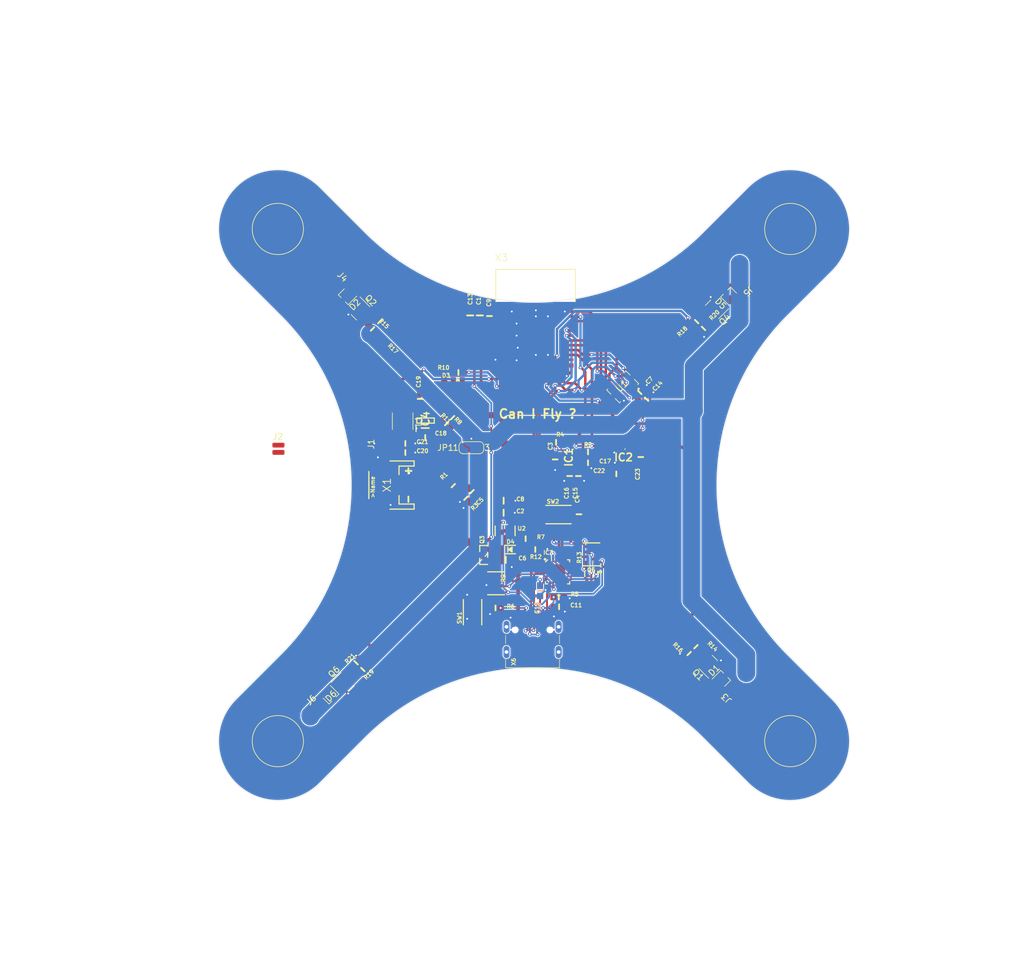
<source format=kicad_pcb>
(kicad_pcb (version 20211014) (generator pcbnew)
  (layers (0 "F.Cu" signal) (31 "B.Cu" signal) (34 "B.Paste" user) (35 "F.Paste" user) (36 "B.SilkS" user "B.Silkscreen") (37 "F.SilkS" user "F.Silkscreen") (38 "B.Mask" user) (39 "F.Mask" user) (44 "Edge.Cuts" user))
  (net 0 "")
  (net 1 "3.3V")
  (net 2 "GND")
  (net 3 "Net-(C3-Pad2)")
  (net 4 "/NOT_RESET")
  (net 5 "/A13_I35")
  (net 6 "/VHI")
  (net 7 "/3.45V")
  (net 8 "VBUS")
  (net 9 "VBAT")
  (net 10 "Net-(C19-Pad1)")
  (net 11 "Net-(C19-Pad2)")
  (net 12 "+5V")
  (net 13 "Net-(D1-Pad1)")
  (net 15 "VDD")
  (net 16 "Net-(D2-Pad1)")
  (net 18 "Net-(D3-PadA)")
  (net 19 "Net-(D5-Pad1)")
  (net 21 "Net-(D6-Pad1)")
  (net 23 "/SCL")
  (net 25 "/SDA")
  (net 28 "/PRESSURE_INT")
  (net 30 "/D+")
  (net 31 "/D-")
  (net 32 "/VBUS_DET")
  (net 42 "/RTS")
  (net 43 "/TXD0")
  (net 44 "/RXD0")
  (net 46 "/DTR")
  (net 48 "Net-(IC4-Pad4)")
  (net 50 "/PI_RX")
  (net 51 "/PI_TX")
  (net 52 "Net-(Q1-Pad1)")
  (net 53 "Net-(Q2-Pad1)")
  (net 54 "Net-(Q4-Pad1)")
  (net 55 "Net-(Q5-Pad2)")
  (net 56 "Net-(Q5-Pad5)")
  (net 57 "/GPIO0")
  (net 58 "Net-(Q6-Pad1)")
  (net 59 "/CC2")
  (net 60 "/CC1")
  (net 61 "/EN")
  (net 62 "Net-(R9-Pad4)")
  (net 63 "/IO13_A12")
  (net 64 "/A2_I34")
  (net 65 "/A3_I39")
  (net 66 "/A4_I36")
  (net 67 "/CS_GYRO")
  (net 69 "/ACCEL_INT")
  (net 70 "/MISO")
  (net 71 "/CS_ACCEL")
  (net 73 "/GYRO_INT")
  (net 74 "/MOSI")
  (net 75 "/SCK")
  (net 77 "/IO33_A9")
  (net 78 "/IO25{slash}DAC1")
  (net 79 "/IO26{slash}DAC2")
  (net 80 "/IO27_A10")
  (net 81 "/CS_ADC")
  (net 82 "/IO12_A11")
  (net 83 "/PWM2")
  (net 86 "/PWM4")
  (net 87 "/PWM3")
  (net 88 "/PWM1")
  (footprint "Inductor_SMD:L_1812_4532Metric" (layer "F.Cu") (at 80.7 84.4 -90)
    (fp_text reference "L1")
    (fp_text value "2.2uH")
  )
  (footprint "Adafruit ESP32 Feather V2:0805-NO" (layer "F.Cu") (at 93.5 66.850001 90)
    (fp_text reference "C1")
    (fp_text value "10uF")
  )
  (footprint "Adafruit ESP32 Feather V2:0603-NO" (layer "F.Cu") (at 88.989949 83.810051 -45)
    (fp_text reference "R8")
    (fp_text value "52.3k")
  )
  (footprint "Adafruit ESP32 Feather V2:SOT23-5" (layer "F.Cu") (at 97.7 102.6)
    (fp_text reference "U2")
    (fp_text value "AP2112-3.3")
  )
  (footprint "Jumper:SolderJumper-3_P1.3mm_Bridged12_RoundedPad1.0x1.5mm_NumberLabels" (layer "F.Cu") (at 92.1 88.8)
    (fp_text reference "JP1")
    (fp_text value "SolderJumper_3_Bridged12")
  )
  (footprint "Adafruit ESP32 Feather V2:0603-NO" (layer "F.Cu") (at 88 84.8 135)
    (fp_text reference "R11")
    (fp_text value "10k")
  )
  (footprint "extra_footprints:conn_01x02" (layer "F.Cu") (at 60 87.475)
    (fp_text reference "J2")
    (fp_text value "Conn_01x02_Male" hide)
  )
  (footprint "Adafruit ESP32 Feather V2:0603-NO" (layer "F.Cu") (at 102.7 105.7 180)
    (fp_text reference "R12")
    (fp_text value "100K")
  )
  (footprint "Package_TO_SOT_SMD:SOT-323_SC-70" (layer "F.Cu") (at 134.78382 63.478331 135)
    (fp_text reference "D5")
    (fp_text value "BAT54W")
  )
  (footprint "Adafruit ESP32 Feather V2:0805-NO" (layer "F.Cu") (at 97.8 107.4)
    (fp_text reference "C6")
    (fp_text value "10µF")
  )
  (footprint "Adafruit ESP32 Feather V2:JSTPH2_BATT" (layer "F.Cu") (at 78.1 95 90)
    (fp_text reference "X1")
    (fp_text value "CON_JST_PH_2PIN_MTPH2" hide)
  )
  (footprint "Adafruit ESP32 Feather V2:0603-NO" (layer "F.Cu") (at 84.45 87.1 180)
    (fp_text reference "C18")
    (fp_text value "10uF")
  )
  (footprint "Adafruit ESP32 Feather V2:0805-NO" (layer "F.Cu") (at 91.9 66.850001 90)
    (fp_text reference "C13")
    (fp_text value "10uF")
  )
  (footprint "Adafruit ESP32 Feather V2:0603-NO" (layer "F.Cu") (at 106.6 113.6 180)
    (fp_text reference "R5")
    (fp_text value "5.1K")
  )
  (footprint "Adafruit ESP32 Feather V2:0603-NO" (layer "F.Cu") (at 111.45 89.5 180)
    (fp_text reference "R2")
    (fp_text value "10k")
  )
  (footprint "Adafruit ESP32 Feather V2:0603-NO" (layer "F.Cu") (at 106.65 115.2)
    (fp_text reference "C11")
    (fp_text value "0.1uF")
  )
  (footprint "Package_TO_SOT_SMD:SOT-323_SC-70" (layer "F.Cu") (at 71.365494 63.733181 -135)
    (fp_text reference "D2")
    (fp_text value "BAT54W")
  )
  (footprint "Adafruit ESP32 Feather V2:0805-NO" (layer "F.Cu") (at 97.45 99.6)
    (fp_text reference "C2")
    (fp_text value "10uF")
  )
  (footprint "Adafruit ESP32 Feather V2:RESPACK_4X0603" (layer "F.Cu") (at 96.2 111.3 -90)
    (fp_text reference "R9")
    (fp_text value "47K")
  )
  (footprint "Adafruit ESP32 Feather V2:0603-NO" (layer "F.Cu") (at 120.028427 79.619239 45)
    (fp_text reference "C7")
    (fp_text value "0.1uF")
  )
  (footprint "extra_footprints:conn_01x02" (layer "F.Cu") (at 75.975 88.2 90)
    (fp_text reference "J1")
    (fp_text value "Conn_01x02_Male" hide)
  )
  (footprint "extra_footprints:conn_01x02" (layer "F.Cu") (at 134.776435 130.050268 135)
    (fp_text reference "J3")
    (fp_text value "Conn_01x02_Male" hide)
  )
  (footprint "Adafruit ESP32 Feather V2:0603-NO" (layer "F.Cu") (at 109.95 99.85 90)
    (fp_text reference "C4")
    (fp_text value "1uF")
  )
  (footprint "Adafruit ESP32 Feather V2:0603-NO" (layer "F.Cu") (at 92.210229 96.088909 -45)
    (fp_text reference "C5")
    (fp_text value "1uF")
  )
  (footprint "Package_TO_SOT_SMD:SOT-23" (layer "F.Cu") (at 71.132581 127.665678 45)
    (fp_text reference "Q6")
    (fp_text value "DMG2302U")
  )
  (footprint "Adafruit ESP32 Feather V2:SOT23-R" (layer "F.Cu") (at 94.15 106.6 90)
    (fp_text reference "Q3")
    (fp_text value "DMG3415U")
  )
  (footprint "Adafruit ESP32 Feather V2:0603-NO" (layer "F.Cu") (at 106.15 87.9)
    (fp_text reference "R4")
    (fp_text value "10k")
  )
  (footprint "Adafruit ESP32 Feather V2:0603-NO" (layer "F.Cu") (at 109.85 93.5 -90)
    (fp_text reference "C15")
    (fp_text value "0.1uF")
  )
  (footprint "Adafruit ESP32 Feather V2:0603-NO" (layer "F.Cu") (at 96.1 115.4)
    (fp_text reference "R6")
    (fp_text value "5.1K")
  )
  (footprint "Adafruit ESP32 Feather V2:0603-NO" (layer "F.Cu") (at 89.95 76.3 180)
    (fp_text reference "R10")
    (fp_text value "5.1K")
  )
  (footprint "Adafruit ESP32 Feather V2:BTN_KMR2_4.6X2.8" (layer "F.Cu") (at 92.3 116.1 90)
    (fp_text reference "SW1")
    (fp_text value "KMR2")
  )
  (footprint "Adafruit ESP32 Feather V2:0603-NO" (layer "F.Cu") (at 75.701041 69.101041 135)
    (fp_text reference "R17")
    (fp_text value "10k")
  )
  (footprint "Adafruit ESP32 Feather V2:0603-NO" (layer "F.Cu") (at 101.1 103.9)
    (fp_text reference "R7")
    (fp_text value "100K")
  )
  (footprint "Package_TO_SOT_SMD:SOT-323_SC-70" (layer "F.Cu") (at 68.8 130 -45)
    (fp_text reference "D6")
    (fp_text value "BAT54W")
  )
  (footprint "Adafruit ESP32 Feather V2:0603-NO" (layer "F.Cu") (at 72.977682 124.490319 -135)
    (fp_text reference "R21")
    (fp_text value "10k")
  )
  (footprint "extra_footprints:conn_01x02" (layer "F.Cu") (at 70.359163 60.795758 -45)
    (fp_text reference "J4")
    (fp_text value "Conn_01x02_Male" hide)
  )
  (footprint "Adafruit ESP32 Feather V2:SOT363" (layer "F.Cu") (at 112 109.75 180)
    (fp_text reference "Q5")
    (fp_text value "DUAL NPN")
  )
  (footprint "extra_footprints:conn_01x02" (layer "F.Cu") (at 137.691511 62.442268 -135)
    (fp_text reference "J5")
    (fp_text value "Conn_01x02_Male" hide)
  )
  (footprint "Adafruit ESP32 Feather V2:0603-NO" (layer "F.Cu") (at 89.098959 95.098959 135)
    (fp_text reference "R1")
    (fp_text value "200K")
  )
  (footprint "Adafruit ESP32 Feather V2:QFN24_4MM_SMSC" (layer "F.Cu") (at 106.4 109.4)
    (fp_text reference "IC3")
    (fp_text value "CP2102N-24")
  )
  (footprint "Package_TO_SOT_SMD:SOT-323_SC-70" (layer "F.Cu") (at 133.768808 127.098097 45)
    (fp_text reference "D1")
    (fp_text value "BAT54W")
  )
  (footprint "Adafruit ESP32 Feather V2:0603-NO" (layer "F.Cu") (at 81.15 89.6)
    (fp_text reference "C20")
    (fp_text value "22uF")
  )
  (footprint "mod:SOT95P280X100-6N" (layer "F.Cu") (at 84.5 84.3 90)
    (fp_text reference "IC4")
    (fp_text value "AP62250WU-7" hide)
  )
  (footprint "Adafruit ESP32 Feather V2:ESP32-PICO-MINI" (layer "F.Cu") (at 102.75 70.2)
    (fp_text reference "X3")
    (fp_text value "ESP32-PICO-MINI-02MINI" hide)
  )
  (footprint "mod:BMP390" (layer "F.Cu") (at 117.344 90.4)
    (fp_text reference "IC2")
    (fp_text value "BMP390" hide)
  )
  (footprint "Adafruit ESP32 Feather V2:0805-NO" (layer "F.Cu") (at 97.45 97.6)
    (property "Value" "F")
    (fp_text reference "C8")
    (fp_text value "10µF")
  )
  (footprint "Adafruit ESP32 Feather V2:0603-NO" (layer "F.Cu") (at 74.093539 125.606176 45)
    (fp_text reference "R19")
    (fp_text value "47")
  )
  (footprint "Adafruit ESP32 Feather V2:BTN_KMR2_4.6X2.8" (layer "F.Cu") (at 106.55 99.9)
    (fp_text reference "SW2")
    (fp_text value "KMR2")
  )
  (footprint "Adafruit ESP32 Feather V2:0603-NO" (layer "F.Cu") (at 91.184924 97.184924 135)
    (fp_text reference "R3")
    (fp_text value "200K")
  )
  (footprint "Adafruit ESP32 Feather V2:CHIPLED_0603_NOOUTLINE" (layer "F.Cu") (at 89.85 77.5 -90)
    (fp_text reference "D3")
    (fp_text value "RED")
  )
  (footprint "Adafruit ESP32 Feather V2:0603-NO" (layer "F.Cu") (at 103.5 112.55 -90)
    (fp_text reference "C12")
    (fp_text value "0.1uF")
  )
  (footprint "Adafruit ESP32 Feather V2:USB_C_CUSB31-CFM2AX-01-X" (layer "F.Cu") (at 102.25 121.5)
    (fp_text reference "X6")
    (fp_text value "USB Type C")
  )
  (footprint "Adafruit ESP32 Feather V2:0603-NO" (layer "F.Cu") (at 111.45 91.3)
    (fp_text reference "C17")
    (fp_text value "10uF")
  )
  (footprint "Adafruit ESP32 Feather V2:0603-NO" (layer "F.Cu") (at 95.1 66.95 90)
    (fp_text reference "C9")
    (fp_text value "1uF")
  )
  (footprint "Adafruit ESP32 Feather V2:0603-NO" (layer "F.Cu") (at 81.15 88.1)
    (fp_text reference "C21")
    (fp_text value "22uF")
  )
  (footprint "Adafruit ESP32 Feather V2:0603-NO" (layer "F.Cu") (at 130.601041 68.998959 45)
    (fp_text reference "R20")
    (fp_text value "10k")
  )
  (footprint "Adafruit ESP32 Feather V2:0603-NO" (layer "F.Cu") (at 106 90.75 90)
    (fp_text reference "C3")
    (fp_text value "220nF")
  )
  (footprint "Adafruit ESP32 Feather V2:0603-NO" (layer "F.Cu") (at 108.4 93.5 -90)
    (fp_text reference "C16")
    (fp_text value "0.1uF")
  )
  (footprint "Adafruit ESP32 Feather V2:0603-NO" (layer "F.Cu") (at 116.144 93.15 180)
    (fp_text reference "C22")
    (fp_text value "10uF")
  )
  (footprint "Package_TO_SOT_SMD:SOT-23" (layer "F.Cu") (at 73.715904 66.065719 -45)
    (fp_text reference "Q2")
    (fp_text value "DMG2302U")
  )
  (footprint "extra_footprints:conn_01x02" (layer "F.Cu") (at 65.877005 131.036803 45)
    (fp_text reference "J6")
    (fp_text value "Conn_01x02_Male" hide)
  )
  (footprint "Package_TO_SOT_SMD:SOT-23" (layer "F.Cu") (at 131.4 124.8 135)
    (fp_text reference "Q1")
    (fp_text value "DMG2302U")
  )
  (footprint "mod:IIS2MDCTR" (layer "F.Cu") (at 108.25 90.4 -90)
    (fp_text reference "IC1")
    (fp_text value "IIS2MDCTR" hide)
  )
  (footprint "Package_TO_SOT_SMD:SOT-23" (layer "F.Cu") (at 132.463599 65.841059 -135)
    (fp_text reference "Q4")
    (fp_text value "DMG2302U")
  )
  (footprint "Adafruit ESP32 Feather V2:0603-NO" (layer "F.Cu") (at 83.599999 80.7 90)
    (fp_text reference "C19")
    (fp_text value "100nF")
  )
  (footprint "Adafruit ESP32 Feather V2:SOD-123" (layer "F.Cu") (at 98.55 105.7)
    (fp_text reference "D4")
    (fp_text value "MBR540")
  )
  (footprint "Adafruit ESP32 Feather V2:0603-NO" (layer "F.Cu") (at 129.46967 67.867588 -135)
    (fp_text reference "R18")
    (fp_text value "47")
  )
  (footprint "Adafruit ESP32 Feather V2:0603-NO" (layer "F.Cu") (at 128.21802 122.961522 -45)
    (fp_text reference "R16")
    (fp_text value "10k")
  )
  (footprint "Adafruit ESP32 Feather V2:0603-NO" (layer "F.Cu") (at 129.349391 121.830151 135)
    (fp_text reference "R14")
    (fp_text value "47")
  )
  (footprint "Adafruit ESP32 Feather V2:0603-NO" (layer "F.Cu") (at 121.159798 80.75061 45)
    (fp_text reference "C14")
    (fp_text value "0.1uF")
  )
  (footprint "Adafruit ESP32 Feather V2:RESPACK_4X0603" (layer "F.Cu") (at 112 106.5 90)
    (fp_text reference "R13")
    (fp_text value "10K")
  )
  (footprint "Adafruit ESP32 Feather V2:0603-NO" (layer "F.Cu") (at 120.194 90.35 -90)
    (fp_text reference "C23")
    (fp_text value "0.1uF")
  )
  (footprint "mod:PQFN50P450X300X100-16N" (layer "F.Cu") (at 117.2 78.7 -135)
    (fp_text reference "U1")
    (fp_text value "BMI088")
  )
  (footprint "Adafruit ESP32 Feather V2:0603-NO" (layer "F.Cu") (at 76.917868 67.884214 -45)
    (fp_text reference "R15")
    (fp_text value "47")
  )
  (footprint "Adafruit ESP32 Feather V2:0603-NO" (layer "B.Cu") (at 103.5 112.55 -90)
    (fp_text reference "C10")
    (fp_text value "1uF")
  )
  (gr_circle (center 60 52.5) (end 64.25 52.5) (layer "F.SilkS") (width 0.12) (fill none))
  (gr_circle (center 60 137.5) (end 64.25 137.5) (layer "F.SilkS") (width 0.12) (fill none))
  (gr_circle (center 145 52.5) (end 149.25 52.5) (layer "F.SilkS") (width 0.12) (fill none))
  (gr_circle (center 145 137.5) (end 149.25 137.5) (layer "F.SilkS") (width 0.12) (fill none))
  (gr_arc (start 53.000001 59.499999) (mid 53.000001 45.500001) (end 66.999999 45.500001) (layer "Edge.Cuts") (width 0.05))
  (gr_arc (start 74.500001 137.000001) (mid 102.5 125.402022) (end 130.499999 137.000001) (layer "Edge.Cuts") (width 0.05))
  (gr_line (start 151.999999 130.500001) (end 144.500001 122.999999) (layer "Edge.Cuts") (width 0.05))
  (gr_line (start 66.999999 144.499999) (end 74.500001 137.000001) (layer "Edge.Cuts") (width 0.05))
  (gr_line (start 137.999999 144.500001) (end 130.499999 137.000001) (layer "Edge.Cuts") (width 0.05))
  (gr_line (start 53.000001 130.500001) (end 60.499999 122.999999) (layer "Edge.Cuts") (width 0.05))
  (gr_arc (start 130.499999 52.999999) (mid 102.5 64.597978) (end 74.500001 52.999999) (layer "Edge.Cuts") (width 0.05))
  (gr_line (start 151.999999 59.499999) (end 144.500001 67.000001) (layer "Edge.Cuts") (width 0.05))
  (gr_arc (start 151.999999 130.500001) (mid 151.999999 144.499999) (end 138.000001 144.499999) (layer "Edge.Cuts") (width 0.05))
  (gr_line (start 60.499999 67.000001) (end 53.000001 59.499999) (layer "Edge.Cuts") (width 0.05))
  (gr_line (start 74.500001 52.999999) (end 66.999999 45.500001) (layer "Edge.Cuts") (width 0.05))
  (gr_line (start 130.499999 52.999999) (end 137.999999 45.500003) (layer "Edge.Cuts") (width 0.05))
  (gr_arc (start 66.999999 144.499999) (mid 53.000001 144.499999) (end 53.000001 130.500001) (layer "Edge.Cuts") (width 0.05))
  (gr_arc (start 144.500001 122.999999) (mid 132.902022 95) (end 144.500001 67.000001) (layer "Edge.Cuts") (width 0.05))
  (gr_arc (start 138.000001 45.500001) (mid 151.999999 45.500001) (end 151.999999 59.499999) (layer "Edge.Cuts") (width 0.05))
  (gr_arc (start 60.499999 67.000001) (mid 72.097978 95) (end 60.499999 122.999999) (layer "Edge.Cuts") (width 0.05))
  (gr_text "Can I Fly ?" (at 103.1 83.2) (layer "F.SilkS") (effects (font (size 1.5 1.5) (thickness 0.3))))
  (segment (start 113.6 107.8) (end 113.8 107.6) (width 0.3) (layer "F.Cu") (net 1))
  (segment (start 110.65 92.65) (end 112.5 94.5) (width 0.3) (layer "F.Cu") (net 1))
  (segment (start 97.4 101.2) (end 96.8499 101.2) (width 0.3) (layer "F.Cu") (net 1))
  (segment (start 118.106 89.9) (end 117.857 89.9) (width 0.3) (layer "F.Cu") (net 1))
  (segment (start 97.25 112.8) (end 97.05 112.6) (width 0.3) (layer "F.Cu") (net 1))
  (segment (start 108.5 91.15) (end 108.5 90.8) (width 0.2) (layer "F.Cu") (net 1))
  (segment (start 120.194 89.5) (end 118.506 89.5) (width 0.3) (layer "F.Cu") (net 1))
  (segment (start 109.85 92.65) (end 109.85 92.05) (width 0.2) (layer "F.Cu") (net 1))
  (segment (start 120.194 85.906) (end 120.194 89.5) (width 0.3) (layer "F.Cu") (net 1))
  (segment (start 98.2 112.8) (end 97.25 112.8) (width 0.3) (layer "F.Cu") (net 1))
  (segment (start 106.202632 88.802632) (end 105.3 87.9) (width 0.3) (layer "F.Cu") (net 1))
  (segment (start 109 91.15) (end 108.5 91.15) (width 0.2) (layer "F.Cu") (net 1))
  (segment (start 120.558757 81.351651) (end 119.427386 80.22028) (width 0.4) (layer "F.Cu") (net 1))
  (segment (start 117.094 91.163) (end 117.094 93.05) (width 0.3) (layer "F.Cu") (net 1))
  (segment (start 91.9 69.7) (end 87.6 74) (width 1) (layer "F.Cu") (net 1))
  (segment (start 93 83.4) (end 96.4 83.4) (width 1) (layer "F.Cu") (net 1))
  (segment (start 96.75 101.2999) (end 96.75 99.85) (width 0.6) (layer "F.Cu") (net 1))
  (segment (start 120.5 84.2) (end 120.558757 84.141243) (width 0.3) (layer "F.Cu") (net 1))
  (segment (start 117.094 93.05) (end 116.994 93.15) (width 0.3) (layer "F.Cu") (net 1))
  (segment (start 120.558757 84.141243) (end 120.558757 81.351651) (width 0.3) (layer "F.Cu") (net 1))
  (segment (start 96.4 96.4) (end 96.4 97.5) (width 1) (layer "F.Cu") (net 1))
  (segment (start 110.6 91.2) (end 110.6 91.3) (width 0.2) (layer "F.Cu") (net 1))
  (segment (start 96.8499 101.2) (end 96.75 101.2999) (width 0.3) (layer "F.Cu") (net 1))
  (segment (start 117.907107 78.7) (end 117.2 78.7) (width 0.4) (layer "F.Cu") (net 1))
  (segment (start 120.5 85.6) (end 120.194 85.906) (width 0.3) (layer "F.Cu") (net 1))
  (segment (start 96.85 67.8) (end 91.9 67.800001) (width 0.4) (layer "F.Cu") (net 1))
  (segment (start 112.5 94.5) (end 115.644 94.5) (width 0.3) (layer "F.Cu") (net 1))
  (segment (start 97.6 84.6) (end 97.6 95.2) (width 1) (layer "F.Cu") (net 1))
  (segment (start 116.692893 78.9) (end 116.022667 78.229774) (width 0.4) (layer "F.Cu") (net 1))
  (segment (start 110.6 91.3) (end 109.15 91.3) (width 0.2) (layer "F.Cu") (net 1))
  (segment (start 117.594 90.106) (end 117.094 90.606) (width 0.3) (layer "F.Cu") (net 1))
  (segment (start 108 89.65) (end 108 89.2) (width 0.3) (layer "F.Cu") (net 1))
  (segment (start 117.094 90.606) (end 117.094 91.163) (width 0.3) (layer "F.Cu") (net 1))
  (segment (start 117.594 89.637) (end 117.594 90.106) (width 0.3) (layer "F.Cu") (net 1))
  (segment (start 108.4 91.25) (end 108.5 91.15) (width 0.2) (layer "F.Cu") (net 1))
  (segment (start 106.202632 88.948349) (end 106.202632 88.802632) (width 0.3) (layer "F.Cu") (net 1))
  (segment (start 109.15 91.3) (end 109 91.15) (width 0.2) (layer "F.Cu") (net 1))
  (segment (start 118.377333 79.170226) (end 117.907107 78.7) (width 0.4) (layer "F.Cu") (net 1))
  (segment (start 112.3 89.5) (end 110.6 91.2) (width 0.2) (layer "F.Cu") (net 1))
  (segment (start 115.644 94.5) (end 116.994 93.15) (width 0.3) (layer "F.Cu") (net 1))
  (segment (start 108.4 92.65) (end 108.4 91.25) (width 0.2) (layer "F.Cu") (net 1))
  (segment (start 119.427386 80.22028) (end 118.377333 79.170226) (width 0.4) (layer "F.Cu") (net 1))
  (segment (start 117.2 78.7) (end 117 78.9) (width 0.4) (layer "F.Cu") (net 1))
  (segment (start 91.9 67.800001) (end 91.9 69.7) (width 1) (layer "F.Cu") (net 1))
  (segment (start 96.5 99.6) (end 96.5 97.6) (width 0.6) (layer "F.Cu") (net 1))
  (segment (start 96.75 99.85) (end 96.5 99.6) (width 0.6) (layer "F.Cu") (net 1))
  (segment (start 96.4 97.5) (end 96.5 97.6) (width 1) (layer "F.Cu") (net 1))
  (segment (start 96.4 83.4) (end 97.6 84.6) (width 1) (layer "F.Cu") (net 1))
  (segment (start 87.6 78) (end 93 83.4) (width 1) (layer "F.Cu") (net 1))
  (segment (start 97.6 95.2) (end 96.4 96.4) (width 1) (layer "F.Cu") (net 1))
  (segment (start 108 90.3) (end 108 89.65) (width 0.2) (layer "F.Cu") (net 1))
  (segment (start 109.85 92.05) (end 110.6 91.3) (width 0.2) (layer "F.Cu") (net 1))
  (segment (start 117 78.9) (end 116.692893 78.9) (width 0.4) (layer "F.Cu") (net 1))
  (segment (start 117.857 89.9) (end 117.594 89.637) (width 0.3) (layer "F.Cu") (net 1))
  (segment (start 108.5 90.8) (end 108 90.3) (width 0.2) (layer "F.Cu") (net 1))
  (segment (start 87.6 74) (end 87.6 78) (width 1) (layer "F.Cu") (net 1))
  (segment (start 112.85 107.8) (end 113.6 107.8) (width 0.3) (layer "F.Cu") (net 1))
  (segment (start 109.85 92.65) (end 110.65 92.65) (width 0.3) (layer "F.Cu") (net 1))
  (segment (start 118.506 89.5) (end 118.106 89.9) (width 0.3) (layer "F.Cu") (net 1))
  (via (at 113.8 107.6) (size 0.6) (drill 0.3) (layers "F.Cu" "B.Cu") (net 1))
  (via (at 97.4 101.2) (size 0.6) (drill 0.3) (layers "F.Cu" "B.Cu") (net 1))
  (via (at 98.2 112.8) (size 0.6) (drill 0.3) (layers "F.Cu" "B.Cu") (net 1))
  (via (at 108 89.2) (size 0.6) (drill 0.3) (layers "F.Cu" "B.Cu") (net 1))
  (via (at 120.5 84.2) (size 0.6) (drill 0.3) (layers "F.Cu" "B.Cu") (net 1))
  (via (at 120.5 85.6) (size 0.6) (drill 0.3) (layers "F.Cu" "B.Cu") (net 1))
  (via (at 106.202632 88.948349) (size 0.6) (drill 0.3) (layers "F.Cu" "B.Cu") (net 1))
  (segment (start 103.8 114.8) (end 102.2 114.8) (width 0.3) (layer "B.Cu") (net 1))
  (segment (start 105 113.2) (end 105 113.6) (width 0.3) (layer "B.Cu") (net 1))
  (segment (start 120.5 84.2) (end 120.5 85.6) (width 0.3) (layer "B.Cu") (net 1))
  (segment (start 102.2 114.8) (end 100.2 112.8) (width 0.3) (layer "B.Cu") (net 1))
  (segment (start 100.2 112.8) (end 98.2 112.8) (width 0.3) (layer "B.Cu") (net 1))
  (segment (start 106.454283 89.2) (end 106.202632 88.948349) (width 0.3) (layer "B.Cu") (net 1))
  (segment (start 105 113.6) (end 103.8 114.8) (width 0.3) (layer "B.Cu") (net 1))
  (segment (start 113.8 111.6) (end 112.35 113.05) (width 0.3) (layer "B.Cu") (net 1))
  (segment (start 112.35 113.05) (end 105.15 113.05) (width 0.3) (layer "B.Cu") (net 1))
  (segment (start 105.15 113.05) (end 105 113.2) (width 0.3) (layer "B.Cu") (net 1))
  (segment (start 108 89.2) (end 106.454283 89.2) (width 0.3) (layer "B.Cu") (net 1))
  (segment (start 113.8 107.6) (end 113.8 111.6) (width 0.3) (layer "B.Cu") (net 1))
  (segment (start 97.4 112) (end 97.4 101.2) (width 0.3) (layer "B.Cu") (net 1))
  (segment (start 98.2 112.8) (end 97.4 112) (width 0.3) (layer "B.Cu") (net 1))
  (segment (start 108.7 65.25) (end 96.8 65.25) (width 0.4) (layer "F.Cu") (net 2))
  (segment (start 120.194 91.2) (end 118.406 91.2) (width 0.3) (layer "F.Cu") (net 2))
  (segment (start 107.55 66.15) (end 107.6 66.2) (width 0.3) (layer "F.Cu") (net 2))
  (segment (start 102.75 65.95) (end 102.8 66) (width 0.3) (layer "F.Cu") (net 2))
  (segment (start 121.760839 80.139161) (end 122.3 79.6) (width 0.4) (layer "F.Cu") (net 2))
  (segment (start 117.316673 80.230886) (end 116.963119 80.58444) (width 0.4) (layer "F.Cu") (net 2))
  (segment (start 107.55 65.3) (end 107.55 66.15) (width 0.3) (layer "F.Cu") (net 2))
  (segment (start 110.75 94.35) (end 110.8 94.3) (width 0.2) (layer "F.Cu") (net 2))
  (segment (start 104.7 68.25) (end 100.8 68.25) (width 0.4) (layer "F.Cu") (net 2))
  (segment (start 104.7 70.2) (end 100.8 70.2) (width 0.4) (layer "F.Cu") (net 2))
  (segment (start 95.25 116.35) (end 95.2 116.4) (width 0.3) (layer "F.Cu") (net 2))
  (segment (start 116.582 91.862) (end 115.294 93.15) (width 0.3) (layer "F.Cu") (net 2))
  (segment (start 99.55 75.1) (end 99.55 74.35) (width 0.3) (layer "F.Cu") (net 2))
  (segment (start 119.014213 79.1) (end 120.547666 79.1) (width 0.4) (layer "F.Cu") (net 2))
  (segment (start 102.75 68.25) (end 102.75 72.15) (width 0.4) (layer "F.Cu") (net 2))
  (segment (start 90.214035 97.785965) (end 90.2 97.8) (width 0.3) (layer "F.Cu") (net 2))
  (segment (start 120.547666 79.1) (end 120.629468 79.018198) (width 0.4) (layer "F.Cu") (net 2))
  (segment (start 132.45476 64.506395) (end 132.45476 64.45476) (width 0.4) (layer "F.Cu") (net 2))
  (segment (start 76.875 88.1) (end 76 88.1) (width 0.4) (layer "F.Cu") (net 2))
  (segment (start 120.629468 79.018198) (end 121.760839 80.149569) (width 0.4) (layer "F.Cu") (net 2))
  (segment (start 73.57664 123.889279) (end 72.977681 123.29032) (width 0.4) (layer "F.Cu") (net 2))
  (segment (start 98.4 99.6) (end 99.3 99.6) (width 0.6) (layer "F.Cu") (net 2))
  (segment (start 102.75 68.25) (end 102.75 67.05) (width 0.3) (layer "F.Cu") (net 2))
  (segment (start 108 91.15) (end 108 90.9) (width 0.2) (layer "F.Cu") (net 2))
  (segment (start 116.98444 80.58444) (end 117.4 81) (width 0.4) (layer "F.Cu") (net 2))
  (segment (start 118.106 90.9) (end 118.106 90.4) (width 0.3) (layer "F.Cu") (net 2))
  (segment (start 99.85 72.15) (end 99.8 72.2) (width 0.3) (layer "F.Cu") (net 2))
  (segment (start 82 88.1) (end 82.8 88.1) (width 0.4) (layer "F.Cu") (net 2))
  (segment (start 97.7 104.6) (end 98.75 105.65) (width 0.6) (layer "F.Cu") (net 2))
  (segment (start 99.05 117.45) (end 98.6 117) (width 0.3) (layer "F.Cu") (net 2))
  (segment (start 83.6 87.1) (end 83.6 88) (width 0.4) (layer "F.Cu") (net 2))
  (segment (start 118.406 91.2) (end 118.106 90.9) (width 0.3) (layer "F.Cu") (net 2))
  (segment (start 83.55 85.6) (end 83 85.6) (width 0.4) (layer "F.Cu") (net 2))
  (segment (start 105.65 108.65) (end 106.4 109.4) (width 0.3) (layer "F.Cu") (net 2))
  (segment (start 104.7 68.25) (end 104.7 67.1) (width 0.3) (layer "F.Cu") (net 2))
  (segment (start 72.38124 66.074558) (end 72.325442 66.074558) (width 0.4) (layer "F.Cu") (net 2))
  (segment (start 91.785965 97.785965) (end 91.785965 97.814035) (width 0.3) (layer "F.Cu") (net 2))
  (segment (start 72.325442 66.074558) (end 71.7 66.7) (width 0.4) (layer "F.Cu") (net 2))
  (segment (start 106.95 90.65) (end 106 91.6) (width 0.2) (layer "F.Cu") (net 2))
  (segment (start 98.75 105.65) (end 98.75 107.4) (width 0.6) (layer "F.Cu") (net 2))
  (segment (start 107.9 76.9) (end 108.7 76.1) (width 0.4) (layer "F.Cu") (net 2))
  (segment (start 100.8 68.25) (end 100.8 72.15) (width 0.4) (layer "F.Cu") (net 2))
  (segment (start 116.582 90.9) (end 116.582 91.862) (width 0.3) (layer "F.Cu") (net 2))
  (segment (start 76.6 91.6) (end 76.6 90.4) (width 0.4) (layer "F.Cu") (net 2))
  (segment (start 132.734664 124.791161) (end 132.808839 124.791161) (width 0.4) (layer "F.Cu") (net 2))
  (segment (start 83.55 87.05) (end 83.6 87.1) (width 0.4) (layer "F.Cu") (net 2))
  (segment (start 102.75 72.15) (end 102.75 73.35) (width 0.3) (layer "F.Cu") (net 2))
  (segment (start 91.5 113.3) (end 91.4 113.2) (width 0.3) (layer "F.Cu") (net 2))
  (segment (start 104.6 105.7) (end 104.7 105.6) (width 0.6) (layer "F.Cu") (net 2))
  (segment (start 121.760839 80.149569) (end 121.760839 80.139161) (width 0.4) (layer "F.Cu") (net 2))
  (segment (start 107.75 90.65) (end 107.5 90.65) (width 0.2) (layer "F.Cu") (net 2))
  (segment (start 108.4 94.35) (end 107.55 94.35) (width 0.2) (layer "F.Cu") (net 2))
  (segment (start 104.4 108.65) (end 105.65 108.65) (width 0.3) (layer "F.Cu") (net 2))
  (segment (start 102.75 73.35) (end 102.8 73.4) (width 0.3) (layer "F.Cu") (net 2))
  (segment (start 100.8 72.15) (end 99.85 72.15) (width 0.3) (layer "F.Cu") (net 2))
  (segment (start 127.616979 122.360481) (end 127.339519 122.360481) (width 0.4) (layer "F.Cu") (net 2))
  (segment (start 91.785965 97.814035) (end 90.8 98.8) (width 0.3) (layer "F.Cu") (net 2))
  (segment (start 105.45 117.955) (end 105.45 117.15) (width 0.3) (layer "F.Cu") (net 2))
  (segment (start 107.5 90.65) (end 106.95 90.65) (width 0.2) (layer "F.Cu") (net 2))
  (segment (start 107.45 113.6) (end 108.2 113.6) (width 0.3) (layer "F.Cu") (net 2))
  (segment (start 103.5 114.5) (end 103.2 114.8) (width 0.3) (layer "F.Cu") (net 2))
  (segment (start 132.808839 124.791161) (end 133.5 124.1) (width 0.4) (layer "F.Cu") (net 2))
  (segment (start 78.6 98.4) (end 78.7 98.3) (width 0.4) (layer "F.Cu") (net 2))
  (segment (start 107.5 115.9) (end 107.6 116) (width 0.3) (layer "F.Cu") (net 2))
  (segment (start 99.55 74.35) (end 99.6 74.3) (width 0.3) (layer "F.Cu") (net 2))
  (segment (start 92.81127 96.68995) (end 92.81127 96.76066) (width 1) (layer "F.Cu") (net 2))
  (segment (start 98.75 108.55) (end 98.8 108.6) (width 0.6) (layer "F.Cu") (net 2))
  (segment (start 100.8 72.15) (end 104.7 72.15) (width 0.4) (layer "F.Cu") (net 2))
  (segment (start 91.5 118.15) (end 91.5 117.3) (width 0.3) (layer "F.Cu") (net 2))
  (segment (start 76.6 98.4) (end 78.6 98.4) (width 0.4) (layer "F.Cu") (net 2))
  (segment (start 107.5 115.2) (end 107.5 115.9) (width 0.3) (layer "F.Cu") (net 2))
  (segment (start 92.81127 96.76066) (end 91.785965 97.785965) (width 1) (layer "F.Cu") (net 2))
  (segment (start 71.141419 129.054059) (end 71.677681 129.590319) (width 0.4) (layer "F.Cu") (net 2))
  (segment (start 130 69.6) (end 130 69.7) (width 0.4) (layer "F.Cu") (net 2))
  (segment (start 99.05 117.955) (end 99.05 117.45) (width 0.3) (layer "F.Cu") (net 2))
  (segment (start 91.5 117.3) (end 91.4 117.2) (width 0.3) (layer "F.Cu") (net 2))
  (segment (start 112.3 91.3) (end 112.3 91.9) (width 0.2) (layer "F.Cu") (net 2))
  (segment (start 108.7 76.1) (end 108.7 75.15) (width 0.4) (layer "F.Cu") (net 2))
  (segment (start 100.8 70.2) (end 99.6 70.2) (width 0.3) (layer "F.Cu") (net 2))
  (segment (start 96.85 74.2) (end 96.1 74.2) (width 0.3) (layer "F.Cu") (net 2))
  (segment (start 102.75 65.3) (end 102.75 65.95) (width 0.3) (layer "F.Cu") (net 2))
  (segment (start 116.582 89.9) (end 116.1 89.9) (width 0.3) (layer "F.Cu") (net 2))
  (segment (start 116.1 89.9) (end 115.8 89.6) (width 0.3) (layer "F.Cu") (net 2))
  (segment (start 103.5 113.4) (end 103.5 114.5) (width 0.3) (layer "F.Cu") (net 2))
  (segment (start 91.785965 97.785965) (end 90.214035 97.785965) (width 0.3) (layer "F.Cu") (net 2))
  (segment (start 109.85 94.35) (end 110.75 94.35) (width 0.2) (layer "F.Cu") (net 2))
  (segment (start 97 65.9) (end 91.9 65.900001) (width 0.4) (layer "F.Cu") (net 2))
  (segment (start 106 91.6) (end 106 92.5) (width 0.2) (layer "F.Cu") (net 2))
  (segment (start 118.730886 78.816673) (end 119.014213 79.1) (width 0.4) (layer "F.Cu") (net 2))
  (segment (start 102.75 67.05) (end 102.8 67) (width 0.3) (layer "F.Cu") (net 2))
  (segment (start 104.7 72.15) (end 104.7 73.3) (width 0.3) (layer "F.Cu") (net 2))
  (segment (start 103.2 114.8) (end 103.2 116) (width 0.3) (layer "F.Cu") (net 2))
  (segment (start 108 90.9) (end 107.75 90.65) (width 0.2) (layer "F.Cu") (net 2))
  (segment (start 96.85 75.1) (end 96.8 75.15) (width 0.3) (layer "F.Cu") (net 2))
  (segment (start 83.55 85.6) (end 83.55 87.05) (width 0.4) (layer "F.Cu") (net 2))
  (segment (start 104.7 72.15) (end 104.7 68.25) (width 0.4) (layer "F.Cu") (net 2))
  (segment (start 120.629468 79.018198) (end 120.629468 78.970532) (width 0.4) (layer "F.Cu") (net 2))
  (segment (start 94.7 111.7) (end 94.6 111.6) (width 0.3) (layer "F.Cu") (net 2))
  (segment (start 95.25 115.4) (end 95.25 116.35) (width 0.3) (layer "F.Cu") (net 2))
  (segment (start 91.5 114.05) (end 91.5 113.3) (width 0.3) (layer "F.Cu") (net 2))
  (segment (start 104.7 67.1) (end 104.8 67) (width 0.3) (layer "F.Cu") (net 2))
  (segment (start 71.14142 129.000342) (end 71.141419 129.054059) (width 0.4) (layer "F.Cu") (net 2))
  (segment (start 73.578722 123.889279) (end 73.57664 123.889279) (width 0.4) (layer "F.Cu") (net 2))
  (segment (start 82 89.6) (end 82.8 89.6) (width 0.4) (layer "F.Cu") (net 2))
  (segment (start 132.45476 64.45476) (end 131.8 63.8) (width 0.4) (layer "F.Cu") (net 2))
  (segment (start 108.2 113.6) (end 108.4 113.8) (width 0.3) (layer "F.Cu") (net 2))
  (segment (start 103.55 105.7) (end 104.6 105.7) (width 0.6) (layer "F.Cu") (net 2))
  (segment (start 98.4 97.6) (end 99.4 97.6) (width 0.6) (layer "F.Cu") (net 2))
  (segment (start 107.55 94.35) (end 107.5 94.3) (width 0.2) (layer "F.Cu") (net 2))
  (segment (start 96.85 66.05) (end 97 65.9) (width 0.4) (layer "F.Cu") (net 2))
  (segment (start 116.963119 80.58444) (end 116.98444 80.58444) (width 0.4) (layer "F.Cu") (net 2))
  (segment (start 120.629468 78.970532) (end 121.2 78.4) (width 0.4) (layer "F.Cu") (net 2))
  (segment (start 127.339519 122.360481) (end 126.7 123) (width 0.4) (layer "F.Cu") (net 2))
  (segment (start 98.75 66.15) (end 98.8 66.2) (width 0.3) (layer "F.Cu") (net 2))
  (segment (start 100.8 68.25) (end 99.65 68.25) (width 0.3) (layer "F.Cu") (net 2))
  (segment (start 130 69.7) (end 130.7 70.4) (width 0.4) (layer "F.Cu") (net 2))
  (segment (start 95.35 111.7) (end 94.7 111.7) (width 0.3) (layer "F.Cu") (net 2))
  (segment (start 96.85 74.2) (end 96.85 75.1) (width 0.3) (layer "F.Cu") (net 2))
  (segment (start 82 88.1) (end 82 89.6) (width 0.4) (layer "F.Cu") (net 2))
  (segment (start 99.65 68.25) (end 99.6 68.2) (width 0.3) (layer "F.Cu") (net 2))
  (segment (start 98.75 107.4) (end 98.75 108.55) (width 0.6) (layer "F.Cu") (net 2))
  (segment (start 116.582 90.9) (end 116.3 90.9) (width 0.3) (layer "F.Cu") (net 2))
  (segment (start 104.7 73.3) (end 104.8 73.4) (width 0.3) (layer "F.Cu") (net 2))
  (segment (start 112.3 91.9) (end 112 92.2) (width 0.2) (layer "F.Cu") (net 2))
  (segment (start 98.75 65.3) (end 98.75 66.15) (width 0.3) (layer "F.Cu") (net 2))
  (segment (start 116.3 90.9) (end 115.9 91.3) (width 0.3) (layer "F.Cu") (net 2))
  (segment (start 97.7 103.9001) (end 97.7 104.6) (width 0.6) (layer "F.Cu") (net 2))
  (segment (start 81.8 94) (end 81.8 93) (width 0.4) (layer "F.Cu") (net 2))
  (segment (start 96.85 67) (end 96.85 66.05) (width 0.4) (layer "F.Cu") (net 2))
  (segment (start 105.45 117.15) (end 105.8 116.8) (width 0.3) (layer "F.Cu") (net 2))
  (via (at 82.8 88.1) (size 0.6) (drill 0.3) (layers "F.Cu" "B.Cu") (net 2))
  (via (at 102.8 73.4) (size 0.6) (drill 0.3) (layers "F.Cu" "B.Cu") (net 2))
  (via (at 94.6 111.6) (size 0.6) (drill 0.3) (layers "F.Cu" "B.Cu") (net 2))
  (via (at 83 85.6) (size 0.6) (drill 0.3) (layers "F.Cu" "B.Cu") (net 2))
  (via (at 112 92.2) (size 0.6) (drill 0.3) (layers "F.Cu" "B.Cu") (net 2))
  (via (at 98.8 66.2) (size 0.6) (drill 0.3) (layers "F.Cu" "B.Cu") (net 2))
  (via (at 117.4 81) (size 0.6) (drill 0.3) (layers "F.Cu" "B.Cu") (net 2))
  (via (at 91.4 113.2) (size 0.6) (drill 0.3) (layers "F.Cu" "B.Cu") (net 2))
  (via (at 71.7 66.7) (size 0.6) (drill 0.3) (layers "F.Cu" "B.Cu") (net 2))
  (via (at 126.7 123) (size 0.6) (drill 0.3) (layers "F.Cu" "B.Cu") (net 2))
  (via (at 71.677681 129.590319) (size 0.6) (drill 0.3) (layers "F.Cu" "B.Cu") (net 2))
  (via (at 107.6 66.2) (size 0.6) (drill 0.3) (layers "F.Cu" "B.Cu") (net 2))
  (via (at 131.8 63.8) (size 0.6) (drill 0.3) (layers "F.Cu" "B.Cu") (net 2))
  (via (at 76.6 90.4) (size 0.6) (drill 0.3) (layers "F.Cu" "B.Cu") (net 2))
  (via (at 95.2 116.4) (size 0.6) (drill 0.3) (layers "F.Cu" "B.Cu") (net 2))
  (via (at 107.6 116) (size 0.6) (drill 0.3) (layers "F.Cu" "B.Cu") (net 2))
  (via (at 91.4 117.2) (size 0.6) (drill 0.3) (layers "F.Cu" "B.Cu") (net 2))
  (via (at 78.7 98.3) (size 0.6) (drill 0.3) (layers "F.Cu" "B.Cu") (net 2))
  (via (at 104.7 105.6) (size 0.6) (drill 0.3) (layers "F.Cu" "B.Cu") (net 2))
  (via (at 103.2 116) (size 0.6) (drill 0.3) (layers "F.Cu" "B.Cu") (net 2))
  (via (at 72.977681 123.29032) (size 0.6) (drill 0.3) (layers "F.Cu" "B.Cu") (net 2))
  (via (at 98.6 117) (size 0.6) (drill 0.3) (layers "F.Cu" "B.Cu") (net 2))
  (via (at 105.8 116.8) (size 0.6) (drill 0.3) (layers "F.Cu" "B.Cu") (net 2))
  (via (at 110.8 94.3) (size 0.6) (drill 0.3) (layers "F.Cu" "B.Cu") (net 2))
  (via (at 82.8 89.6) (size 0.6) (drill 0.3) (layers "F.Cu" "B.Cu") (net 2))
  (via (at 83.6 88) (size 0.6) (drill 0.3) (layers "F.Cu" "B.Cu") (net 2))
  (via (at 107.5 94.3) (size 0.6) (drill 0.3) (layers "F.Cu" "B.Cu") (net 2))
  (via (at 102.8 66) (size 0.6) (drill 0.3) (layers "F.Cu" "B.Cu") (net 2))
  (via (at 76 88.1) (size 0.6) (drill 0.3) (layers "F.Cu" "B.Cu") (net 2))
  (via (at 99.4 97.6) (size 0.6) (drill 0.3) (layers "F.Cu" "B.Cu") (net 2))
  (via (at 121.2 78.4) (size 0.6) (drill 0.3) (layers "F.Cu" "B.Cu") (net 2))
  (via (at 133.5 124.1) (size 0.6) (drill 0.3) (layers "F.Cu" "B.Cu") (net 2))
  (via (at 81.8 93) (size 0.6) (drill 0.3) (layers "F.Cu" "B.Cu") (net 2))
  (via (at 99.6 74.3) (size 0.6) (drill 0.3) (layers "F.Cu" "B.Cu") (net 2))
  (via (at 99.6 68.2) (size 0.6) (drill 0.3) (layers "F.Cu" "B.Cu") (net 2))
  (via (at 104.8 73.4) (size 0.6) (drill 0.3) (layers "F.Cu" "B.Cu") (net 2))
  (via (at 90.8 98.8) (size 0.6) (drill 0.3) (layers "F.Cu" "B.Cu") (net 2))
  (via (at 90.2 97.8) (size 0.6) (drill 0.3) (layers "F.Cu" "B.Cu") (net 2))
  (via (at 102.8 67) (size 0.6) (drill 0.3) (layers "F.Cu" "B.Cu") (net 2))
  (via (at 104.4 112.4) (size 0.6) (drill 0.3) (layers "F.Cu" "B.Cu") (net 2))
  (via (at 98.8 108.6) (size 0.6) (drill 0.3) (layers "F.Cu" "B.Cu") (net 2))
  (via (at 115.8 89.6) (size 0.6) (drill 0.3) (layers "F.Cu" "B.Cu") (net 2))
  (via (at 122.3 79.6) (size 0.6) (drill 0.3) (layers "F.Cu" "B.Cu") (net 2))
  (via (at 96.1 74.2) (size 0.6) (drill 0.3) (layers "F.Cu" "B.Cu") (net 2))
  (via (at 107.9 76.9) (size 0.6) (drill 0.3) (layers "F.Cu" "B.Cu") (net 2))
  (via (at 99.6 70.2) (size 0.6) (drill 0.3) (layers "F.Cu" "B.Cu") (net 2))
  (via (at 108.4 113.8) (size 0.6) (drill 0.3) (layers "F.Cu" "B.Cu") (net 2))
  (via (at 104.8 67) (size 0.6) (drill 0.3) (layers "F.Cu" "B.Cu") (net 2))
  (via (at 99.8 72.2) (size 0.6) (drill 0.3) (layers "F.Cu" "B.Cu") (net 2))
  (via (at 99.3 99.6) (size 0.6) (drill 0.3) (layers "F.Cu" "B.Cu") (net 2))
  (via (at 130.7 70.4) (size 0.6) (drill 0.3) (layers "F.Cu" "B.Cu") (net 2))
  (via (at 115.9 91.3) (size 0.6) (drill 0.3) (layers "F.Cu" "B.Cu") (net 2))
  (via (at 106 92.5) (size 0.6) (drill 0.3) (layers "F.Cu" "B.Cu") (net 2))
  (segment (start 105.6 116.6) (end 105.8 116.8) (width 0.3) (layer "B.Cu") (net 2))
  (segment (start 103.8 116.6) (end 105.6 116.6) (width 0.3) (layer "B.Cu") (net 2))
  (segment (start 103.5 113.3) (end 104.4 112.4) (width 0.3) (layer "B.Cu") (net 2))
  (segment (start 103.2 116) (end 103.8 116.6) (width 0.3) (layer "B.Cu") (net 2))
  (segment (start 103.5 113.4) (end 103.5 113.3) (width 0.3) (layer "B.Cu") (net 2))
  (segment (start 106.25 90.15) (end 106 89.9) (width 0.2) (layer "F.Cu") (net 3))
  (segment (start 107.5 90.15) (end 106.25 90.15) (width 0.2) (layer "F.Cu") (net 3))
  (segment (start 108.7 104.7) (end 110.5 104.7) (width 0.4) (layer "F.Cu") (net 4))
  (segment (start 103.3 94.543504) (end 102.45 93.693503) (width 0.4) (layer "F.Cu") (net 4))
  (segment (start 111.15 108.75) (end 111.25 108.85) (width 0.3) (layer "F.Cu") (net 4))
  (segment (start 108.7 104.7) (end 108.6 104.6) (width 0.4) (layer "F.Cu") (net 4))
  (segment (start 110.5 104.7) (end 110.9 104.3) (width 0.4) (layer "F.Cu") (net 4))
  (segment (start 102.45 93.693503) (end 102.45 86.45) (width 0.4) (layer "F.Cu") (net 4))
  (segment (start 103.3 99.5) (end 103.3 94.543504) (width 0.4) (layer "F.Cu") (net 4))
  (segment (start 104.5 100.7) (end 103.3 99.5) (width 0.4) (layer "F.Cu") (net 4))
  (segment (start 94.5 71.8) (end 96.85 71.8) (width 0.4) (layer "F.Cu") (net 4))
  (segment (start 93.7 77.7) (end 93.7 72.6) (width 0.4) (layer "F.Cu") (net 4))
  (segment (start 108.6 104.6) (end 108.6 100.7) (width 0.4) (layer "F.Cu") (net 4))
  (segment (start 111.25 108.85) (end 110.85 108.85) (width 0.4) (layer "F.Cu") (net 4))
  (segment (start 105.8 102) (end 104.5 100.7) (width 0.4) (layer "F.Cu") (net 4))
  (segment (start 109.95 100.7) (end 108.6 100.7) (width 0.4) (layer "F.Cu") (net 4))
  (segment (start 93.7 72.6) (end 94.5 71.8) (width 0.4) (layer "F.Cu") (net 4))
  (segment (start 105.8 104.5) (end 105.8 102) (width 0.4) (layer "F.Cu") (net 4))
  (segment (start 111.15 107.8) (end 111.15 108.75) (width 0.3) (layer "F.Cu") (net 4))
  (segment (start 102.45 86.45) (end 93.7 77.7) (width 0.4) (layer "F.Cu") (net 4))
  (segment (start 110.85 108.85) (end 110.8 108.9) (width 0.4) (layer "F.Cu") (net 4))
  (via (at 110.9 104.3) (size 0.6) (drill 0.3) (layers "F.Cu" "B.Cu") (net 4))
  (via (at 108.7 104.7) (size 0.6) (drill 0.3) (layers "F.Cu" "B.Cu") (net 4))
  (via (at 105.8 104.5) (size 0.6) (drill 0.3) (layers "F.Cu" "B.Cu") (net 4))
  (via (at 110.8 108.9) (size 0.6) (drill 0.3) (layers "F.Cu" "B.Cu") (net 4))
  (segment (start 108.7 104.7) (end 106 104.7) (width 0.4) (layer "B.Cu") (net 4))
  (segment (start 110.8 108.9) (end 110.8 104.4) (width 0.4) (layer "B.Cu") (net 4))
  (segment (start 110.8 104.4) (end 110.9 104.3) (width 0.4) (layer "B.Cu") (net 4))
  (segment (start 106 104.7) (end 105.8 104.5) (width 0.4) (layer "B.Cu") (net 4))
  (segment (start 90.583883 96.583883) (end 90.583883 96.513173) (width 1) (layer "F.Cu") (net 5))
  (segment (start 89.7 95.7) (end 90.583883 96.583883) (width 1) (layer "F.Cu") (net 5))
  (segment (start 90.583883 96.513173) (end 91.609188 95.487868) (width 1) (layer "F.Cu") (net 5))
  (segment (start 97.4 102.6) (end 96.75 103.25) (width 0.6) (layer "F.Cu") (net 6))
  (segment (start 95.2 105.7) (end 95.15 105.65) (width 1) (layer "F.Cu") (net 6))
  (segment (start 101 102.6) (end 97.4 102.6) (width 0.6) (layer "F.Cu") (net 6))
  (segment (start 96.85 107.4) (end 96.85 105.85) (width 1) (layer "F.Cu") (net 6))
  (segment (start 96.7 105.7) (end 95.2 105.7) (width 1) (layer "F.Cu") (net 6))
  (segment (start 96.75 103.25) (end 96.75 103.9001) (width 0.6) (layer "F.Cu") (net 6))
  (segment (start 101.95 103.9) (end 101.95 103.55) (width 0.6) (layer "F.Cu") (net 6))
  (segment (start 96.85 105.85) (end 96.7 105.7) (width 1) (layer "F.Cu") (net 6))
  (segment (start 96.75 103.9001) (end 96.75 105.65) (width 0.6) (layer "F.Cu") (net 6))
  (segment (start 96.75 105.65) (end 96.7 105.7) (width 0.6) (layer "F.Cu") (net 6))
  (segment (start 101.95 103.55) (end 101 102.6) (width 0.6) (layer "F.Cu") (net 6))
  (segment (start 104.4 110.8) (end 103.5 111.7) (width 0.3) (layer "F.Cu") (net 7))
  (segment (start 104.4 110.65) (end 104.4 110.8) (width 0.3) (layer "F.Cu") (net 7))
  (segment (start 104.4 110.15) (end 104.4 110.65) (width 0.3) (layer "F.Cu") (net 7))
  (segment (start 103.5 111.7) (end 103.5 110.7) (width 0.3) (layer "F.Cu") (net 7))
  (via (at 103.5 110.7) (size 0.6) (drill 0.3) (layers "F.Cu" "B.Cu") (net 7))
  (segment (start 103.5 110.7) (end 103.5 111.7) (width 0.3) (layer "B.Cu") (net 7))
  (segment (start 99.85 117.955) (end 99.85 111.45) (width 0.3) (layer "F.Cu") (net 8))
  (segment (start 100.4 109.1) (end 100.4 105.7) (width 0.6) (layer "F.Cu") (net 8))
  (segment (start 99.3 110.9) (end 97.05 110.9) (width 0.3) (layer "F.Cu") (net 8))
  (segment (start 104.65 115.45) (end 104.65 113.05) (width 0.3) (layer "F.Cu") (net 8))
  (segment (start 97.05 110.9) (end 97.05 110) (width 0.3) (layer "F.Cu") (net 8))
  (segment (start 104.65 113.05) (end 105.15 112.55) (width 0.3) (layer "F.Cu") (net 8))
  (segment (start 101.85 105.7) (end 100.4 105.7) (width 1) (layer "F.Cu") (net 8))
  (segment (start 104.65 117.955) (end 104.65 115.45) (width 0.3) (layer "F.Cu") (net 8))
  (segment (start 105.35 115.45) (end 104.65 115.45) (width 0.3) (layer "F.Cu") (net 8))
  (segment (start 105.6 115.2) (end 105.35 115.45) (width 0.3) (layer "F.Cu") (net 8))
  (segment (start 105.15 112.55) (end 105.15 111.4) (width 0.3) (layer "F.Cu") (net 8))
  (segment (start 99.85 109.65) (end 100.4 109.1) (width 0.6) (layer "F.Cu") (net 8))
  (segment (start 99.85 111.45) (end 99.3 110.9) (width 0.3) (layer "F.Cu") (net 8))
  (segment (start 99.85 117.955) (end 99.85 109.65) (width 0.6) (layer "F.Cu") (net 8))
  (segment (start 93.15 105.95) (end 87 99.8) (width 1) (layer "F.Cu") (net 9))
  (segment (start 87 99.8) (end 87 96) (width 1) (layer "F.Cu") (net 9))
  (segment (start 85.45 85.6) (end 85.45 86.95) (width 0.4) (layer "F.Cu") (net 9))
  (segment (start 87 95.995836) (end 88.497918 94.497918) (width 1) (layer "F.Cu") (net 9))
  (segment (start 87 96) (end 87 95.995836) (width 1) (layer "F.Cu") (net 9))
  (segment (start 81.8 96) (end 87 96) (width 1) (layer "F.Cu") (net 9))
  (segment (start 90.8 88.8) (end 90.8 92.195836) (width 1) (layer "F.Cu") (net 9))
  (segment (start 90.8 92.195836) (end 88.497918 94.497918) (width 1) (layer "F.Cu") (net 9))
  (segment (start 93.15 106.6) (end 93.15 105.95) (width 1) (layer "F.Cu") (net 9))
  (segment (start 85.45 86.95) (end 85.3 87.1) (width 0.4) (layer "F.Cu") (net 9))
  (segment (start 83.599999 81.55) (end 83.599999 82.950001) (width 0.4) (layer "F.Cu") (net 10))
  (segment (start 83.599999 82.950001) (end 83.55 83) (width 0.4) (layer "F.Cu") (net 10))
  (segment (start 82.7375 84.3) (end 80.7 82.2625) (width 0.4) (layer "F.Cu") (net 11))
  (segment (start 84.5 85.6) (end 84.5 84.8) (width 0.4) (layer "F.Cu") (net 11))
  (segment (start 84 84.3) (end 82.7375 84.3) (width 0.4) (layer "F.Cu") (net 11))
  (segment (start 84.5 84.8) (end 84 84.3) (width 0.4) (layer "F.Cu") (net 11))
  (segment (start 80.3 88.1) (end 80.3 86.9375) (width 0.4) (layer "F.Cu") (net 12))
  (segment (start 80.3 86.9375) (end 80.7 86.5375) (width 0.4) (layer "F.Cu") (net 12))
  (segment (start 80.3 89.6) (end 80.3 88.1) (width 0.4) (layer "F.Cu") (net 12))
  (segment (start 80.3 88.1) (end 78.075 88.1) (width 0.4) (layer "F.Cu") (net 12))
  (segment (start 132.602082 126.002082) (end 132.602082 127.345584) (width 0.4) (layer "F.Cu") (net 13))
  (segment (start 132 127.947666) (end 132.602082 127.345584) (width 0.4) (layer "F.Cu") (net 13))
  (segment (start 130.737087 124.137087) (end 132.602082 126.002082) (width 0.4) (layer "F.Cu") (net 13))
  (segment (start 133.043161 129.343161) (end 132 128.3) (width 0.4) (layer "F.Cu") (net 13))
  (segment (start 135.34212 129.343161) (end 133.043161 129.343161) (width 0.4) (layer "F.Cu") (net 13))
  (segment (start 132 128.3) (end 132 127.947666) (width 0.4) (layer "F.Cu") (net 13))
  (segment (start 69.17655 130.707107) (end 67.43264 132.451017) (width 0.4) (layer "F.Cu") (net 15))
  (segment (start 92.1 88.8) (end 92.1 87.3) (width 1) (layer "F.Cu") (net 15))
  (segment (start 136.190649 128.494633) (end 136.190649 128.105724) (width 0.4) (layer "F.Cu") (net 15))
  (segment (start 135.819883 61.028054) (end 134.076713 62.771224) (width 0.4) (layer "F.Cu") (net 15))
  (segment (start 69.507107 130.707107) (end 69.17655 130.707107) (width 0.4) (layer "F.Cu") (net 15))
  (segment (start 136.190649 128.105724) (end 134.475915 126.39099) (width 0.4) (layer "F.Cu") (net 15))
  (segment (start 70.658387 64.064831) (end 68.944949 62.351393) (width 0.4) (layer "F.Cu") (net 15))
  (segment (start 136.135876 61.028054) (end 135.819883 61.028054) (width 0.4) (layer "F.Cu") (net 15))
  (segment (start 70.658387 64.440288) (end 70.658387 64.064831) (width 0.4) (layer "F.Cu") (net 15))
  (via (at 92.1 87.3) (size 0.6) (drill 0.3) (layers "F.Cu" "B.Cu") (net 15))
  (segment (start 75.5 69.9) (end 75.3 69.9) (width 3) (layer "B.Cu") (net 15))
  (segment (start 136.6 67.7) (end 136.6 58.3) (width 3) (layer "B.Cu") (net 15))
  (segment (start 129 82.7) (end 129 75.3) (width 3) (layer "B.Cu") (net 15))
  (segment (start 128.6 82.3) (end 129 82.7) (width 3) (layer "B.Cu") (net 15))
  (segment (start 128.6 114.1) (end 137.7 123.2) (width 3) (layer "B.Cu") (net 15))
  (segment (start 137.7 123.2) (end 137.7 126.2) (width 3) (layer "B.Cu") (net 15))
  (segment (start 65.4 133.180994) (end 73.390674 125.19032) (width 3) (layer "B.Cu") (net 15))
  (segment (start 119.712994 82.3) (end 128.6 82.3) (width 3) (layer "B.Cu") (net 15))
  (segment (start 129 75.3) (end 136.6 67.7) (width 3) (layer "B.Cu") (net 15))
  (segment (start 73.390674 125.19032) (end 73.764687 125.19032) (width 3) (layer "B.Cu") (net 15))
  (segment (start 93.3 87.7) (end 95.8 87.7) (width 3) (layer "B.Cu") (net 15))
  (segment (start 73.764687 125.19032) (end 93.3 105.655007) (width 3) (layer "B.Cu") (net 15))
  (segment (start 93.3 87.7) (end 92.1 86.5) (width 3) (layer "B.Cu") (net 15))
  (segment (start 65.4 133.4) (end 65.4 133.180994) (width 3) (layer "B.Cu") (net 15))
  (segment (start 117.012994 85) (end 119.712994 82.3) (width 3) (layer "B.Cu") (net 15))
  (segment (start 128.6 82.3) (end 128.6 114.1) (width 3) (layer "B.Cu") (net 15))
  (segment (start 93.3 105.655007) (end 93.3 87.7) (width 3) (layer "B.Cu") (net 15))
  (segment (start 92.1 86.5) (end 75.5 69.9) (width 3) (layer "B.Cu") (net 15))
  (segment (start 98.5 85) (end 117.012994 85) (width 3) (layer "B.Cu") (net 15))
  (segment (start 92.1 87.3) (end 92.1 86.5) (width 3) (layer "B.Cu") (net 15))
  (segment (start 95.8 87.7) (end 98.5 85) (width 3) (layer "B.Cu") (net 15))
  (segment (start 72.2 64.6) (end 72.2 63.817914) (width 0.4) (layer "F.Cu") (net 16))
  (segment (start 74.378817 66.728632) (end 74.328632 66.728632) (width 0.4) (layer "F.Cu") (net 16))
  (segment (start 74.328632 66.728632) (end 72.2 64.6) (width 0.4) (layer "F.Cu") (net 16))
  (segment (start 72.2 63.817914) (end 72.53222 63.485694) (width 0.4) (layer "F.Cu") (net 16))
  (segment (start 72.2 63.817914) (end 71.980556 63.817914) (width 0.4) (layer "F.Cu") (net 16))
  (segment (start 69.793478 61.630836) (end 69.793478 61.502865) (width 0.4) (layer "F.Cu") (net 16))
  (segment (start 71.980556 63.817914) (end 69.793478 61.630836) (width 0.4) (layer "F.Cu") (net 16))
  (segment (start 131.800686 66.499314) (end 133.7 64.6) (width 0.4) (layer "F.Cu") (net 19))
  (segment (start 133.745057 64.645057) (end 135.031307 64.645057) (width 0.4) (layer "F.Cu") (net 19))
  (segment (start 133.7 64.6) (end 133.745057 64.645057) (width 0.4) (layer "F.Cu") (net 19))
  (segment (start 136.915897 61.876583) (end 135.031307 63.761173) (width 0.4) (layer "F.Cu") (net 19))
  (segment (start 136.984404 61.876583) (end 136.915897 61.876583) (width 0.4) (layer "F.Cu") (net 19))
  (segment (start 135.031307 63.761173) (end 135.031307 64.645057) (width 0.4) (layer "F.Cu") (net 19))
  (segment (start 131.800686 66.503972) (end 131.800686 66.499314) (width 0.4) (layer "F.Cu") (net 19))
  (segment (start 68.919239 129.2) (end 69.7 129.2) (width 0.4) (layer "F.Cu") (net 21))
  (segment (start 68.919239 129.2) (end 68.919239 129.350432) (width 0.4) (layer "F.Cu") (net 21))
  (segment (start 68.919239 129.350432) (end 66.667183 131.602488) (width 0.4) (layer "F.Cu") (net 21))
  (segment (start 68.552513 128.833274) (end 68.919239 129.2) (width 0.4) (layer "F.Cu") (net 21))
  (segment (start 69.7 129.2) (end 71.795494 127.104506) (width 0.4) (layer "F.Cu") (net 21))
  (segment (start 66.667183 131.602488) (end 66.584112 131.602488) (width 0.4) (layer "F.Cu") (net 21))
  (segment (start 71.795494 127.104506) (end 71.795494 127.002765) (width 0.4) (layer "F.Cu") (net 21))
  (segment (start 109.15 89.5) (end 109 89.65) (width 0.2) (layer "F.Cu") (net 23))
  (segment (start 115.2 87.3) (end 111.6 87.3) (width 0.2) (layer "F.Cu") (net 23))
  (segment (start 117.094 89.637) (end 117.094 89.194) (width 0.2) (layer "F.Cu") (net 23))
  (segment (start 117.094 89.194) (end 115.2 87.3) (width 0.2) (layer "F.Cu") (net 23))
  (segment (start 109.7 73.4) (end 112.1 75.8) (width 0.4) (layer "F.Cu") (net 23))
  (segment (start 110.6 89.5) (end 109.15 89.5) (width 0.2) (layer "F.Cu") (net 23))
  (segment (start 111.6 87.3) (end 110.6 88.3) (width 0.2) (layer "F.Cu") (net 23))
  (segment (start 112.1 75.8) (end 112.1 86.8) (width 0.4) (layer "F.Cu") (net 23))
  (segment (start 108.65 73.4) (end 109.7 73.4) (width 0.4) (layer "F.Cu") (net 23))
  (segment (start 110.6 88.3) (end 110.6 89.5) (width 0.4) (layer "F.Cu") (net 23))
  (segment (start 112.1 86.8) (end 110.6 88.3) (width 0.4) (layer "F.Cu") (net 23))
  (segment (start 107 87.9) (end 108.7 87.9) (width 0.4) (layer "F.Cu") (net 25))
  (segment (start 110.3 75.5) (end 110.2 75.5) (width 0.4) (layer "F.Cu") (net 25))
  (segment (start 109.5 88.5) (end 109.5 87.1) (width 0.4) (layer "F.Cu") (net 25))
  (segment (start 110.2 75.5) (end 110.3 75.6) (width 0.2) (layer "F.Cu") (net 25))
  (segment (start 110.2 67.1) (end 108.75 67.1) (width 0.4) (layer "F.Cu") (net 25))
  (segment (start 108.75 67.1) (end 108.65 67) (width 0.4) (layer "F.Cu") (net 25))
  (segment (start 109.5 87.1) (end 109.85 86.75) (width 0.4) (layer "F.Cu") (net 25))
  (segment (start 111 76.2) (end 110.3 75.5) (width 0.4) (layer "F.Cu") (net 25))
  (segment (start 115.5 90.4) (end 116.582 90.4) (width 0.4) (layer "F.Cu") (net 25))
  (segment (start 112.1 88.5) (end 113.6 88.5) (width 0.4) (layer "F.Cu") (net 25))
  (segment (start 107 89.15) (end 107.5 89.65) (width 0.2) (layer "F.Cu") (net 25))
  (segment (start 111 85.6) (end 111 76.2) (width 0.4) (layer "F.Cu") (net 25))
  (segment (start 107 87.9) (end 107 89.15) (width 0.2) (layer "F.Cu") (net 25))
  (segment (start 113.6 88.5) (end 115.5 90.4) (width 0.4) (layer "F.Cu") (net 25))
  (segment (start 109.85 86.75) (end 111 85.6) (width 0.4) (layer "F.Cu") (net 25))
  (segment (start 108.7 87.9) (end 109.85 86.75) (width 0.4) (layer "F.Cu") (net 25))
  (via (at 110.2 75.5) (size 0.6) (drill 0.3) (layers "F.Cu" "B.Cu") (net 25))
  (via (at 109.5 88.5) (size 0.6) (drill 0.3) (layers "F.Cu" "B.Cu") (net 25))
  (via (at 112.1 88.5) (size 0.6) (drill 0.3) (layers "F.Cu" "B.Cu") (net 25))
  (via (at 110.2 67.1) (size 0.6) (drill 0.3) (layers "F.Cu" "B.Cu") (net 25))
  (segment (start 109.5 88.5) (end 112.1 88.5) (width 0.4) (layer "B.Cu") (net 25))
  (segment (start 110.2 75.5) (end 110.2 67.1) (width 0.4) (layer "B.Cu") (net 25))
  (segment (start 102.45 109.15) (end 104.4 109.15) (width 0.3) (layer "F.Cu") (net 30))
  (segment (start 103 119.7) (end 103 117.955) (width 0.3) (layer "F.Cu") (net 30))
  (segment (start 102 117.955) (end 102 118.6) (width 0.3) (layer "F.Cu") (net 30))
  (segment (start 102 109.6) (end 102.45 109.15) (width 0.3) (layer "F.Cu") (net 30))
  (segment (start 102 117.955) (end 102 109.6) (width 0.3) (layer "F.Cu") (net 30))
  (segment (start 103.1 119.8) (end 103 119.7) (width 0.3) (layer "F.Cu") (net 30))
  (segment (start 102 118.6) (end 101.8 118.8) (width 0.3) (layer "F.Cu") (net 30))
  (segment (start 101.8 118.8) (end 101.8 119.7) (width 0.3) (layer "F.Cu") (net 30))
  (via (at 103.1 119.8) (size 0.6) (drill 0.3) (layers "F.Cu" "B.Cu") (net 30))
  (via (at 101.8 119.7) (size 0.6) (drill 0.3) (layers "F.Cu" "B.Cu") (net 30))
  (segment (start 101.9 119.8) (end 101.8 119.7) (width 0.3) (layer "B.Cu") (net 30))
  (segment (start 103.1 119.8) (end 101.9 119.8) (width 0.3) (layer "B.Cu") (net 30))
  (segment (start 102.5 117.955) (end 102.5 109.9) (width 0.3) (layer "F.Cu") (net 31))
  (segment (start 101.4 118.9) (end 101.4 118.66967) (width 0.3) (layer "F.Cu") (net 31))
  (segment (start 102.5 119) (end 102.4 119.1) (width 0.3) (layer "F.Cu") (net 31))
  (segment (start 102.5 117.955) (end 102.5 119) (width 0.3) (layer "F.Cu") (net 31))
  (segment (start 102.5 109.9) (end 102.75 109.65) (width 0.3) (layer "F.Cu") (net 31))
  (segment (start 102.75 109.65) (end 104.4 109.65) (width 0.3) (layer "F.Cu") (net 31))
  (segment (start 101.5 118.56967) (end 101.5 117.955) (width 0.3) (layer "F.Cu") (net 31))
  (segment (start 101.1 119.2) (end 101.4 118.9) (width 0.3) (layer "F.Cu") (net 31))
  (segment (start 101.4 118.66967) (end 101.5 118.56967) (width 0.3) (layer "F.Cu") (net 31))
  (via (at 102.4 119.1) (size 0.6) (drill 0.3) (layers "F.Cu" "B.Cu") (net 31))
  (via (at 101.1 119.2) (size 0.6) (drill 0.3) (layers "F.Cu" "B.Cu") (net 31))
  (segment (start 102.4 119.1) (end 101.2 119.1) (width 0.3) (layer "B.Cu") (net 31))
  (segment (start 101.2 119.1) (end 101.1 119.2) (width 0.3) (layer "B.Cu") (net 31))
  (segment (start 96.1 110.9) (end 95.35 110.9) (width 0.3) (layer "F.Cu") (net 32))
  (segment (start 96.475 111.7) (end 96.2 111.425) (width 0.3) (layer "F.Cu") (net 32))
  (segment (start 105.65 111.4) (end 105.65 112.15) (width 0.3) (layer "F.Cu") (net 32))
  (segment (start 97.05 111.7) (end 96.475 111.7) (width 0.3) (layer "F.Cu") (net 32))
  (segment (start 95.35 110) (end 95.35 110.9) (width 0.3) (layer "F.Cu") (net 32))
  (segment (start 96.2 111.425) (end 96.2 111) (width 0.3) (layer "F.Cu") (net 32))
  (segment (start 96.2 111) (end 96.1 110.9) (width 0.3) (layer "F.Cu") (net 32))
  (segment (start 97.15 111.8) (end 97.05 111.7) (width 0.3) (layer "F.Cu") (net 32))
  (segment (start 105.65 112.15) (end 105.8 112.3) (width 0.3) (layer "F.Cu") (net 32))
  (segment (start 98.4 111.8) (end 97.15 111.8) (width 0.3) (layer "F.Cu") (net 32))
  (via (at 105.8 112.3) (size 0.6) (drill 0.3) (layers "F.Cu" "B.Cu") (net 32))
  (via (at 98.4 111.8) (size 0.6) (drill 0.3) (layers "F.Cu" "B.Cu") (net 32))
  (segment (start 104 109.8) (end 100.4 109.8) (width 0.3) (layer "B.Cu") (net 32))
  (segment (start 105.8 111.6) (end 104 109.8) (width 0.3) (layer "B.Cu") (net 32))
  (segment (start 100.4 109.8) (end 98.4 111.8) (width 0.3) (layer "B.Cu") (net 32))
  (segment (start 105.8 112.3) (end 105.8 111.6) (width 0.3) (layer "B.Cu") (net 32))
  (segment (start 110.1 106.9) (end 108.15 106.9) (width 0.3) (layer "F.Cu") (net 42))
  (segment (start 110.1 109.5) (end 110.1 106.9) (width 0.3) (layer "F.Cu") (net 42))
  (segment (start 111.15 106.9) (end 110.1 106.9) (width 0.3) (layer "F.Cu") (net 42))
  (segment (start 111.25 110.65) (end 110.1 109.5) (width 0.3) (layer "F.Cu") (net 42))
  (segment (start 108.15 106.9) (end 107.65 107.4) (width 0.3) (layer "F.Cu") (net 42))
  (segment (start 103.4 82.3) (end 106.3 79.4) (width 0.4) (layer "F.Cu") (net 43))
  (segment (start 106.3 79.4) (end 106.4 79.4) (width 0.4) (layer "F.Cu") (net 43))
  (segment (start 107.15 107.4) (end 107.15 97.05) (width 0.4) (layer "F.Cu") (net 43))
  (segment (start 103.4 93.3) (end 103.4 82.3) (width 0.4) (layer "F.Cu") (net 43))
  (segment (start 107.9 69.3) (end 108.55 69.3) (width 0.4) (layer "F.Cu") (net 43))
  (segment (start 107.15 97.05) (end 103.4 93.3) (width 0.4) (layer "F.Cu") (net 43))
  (segment (start 108.55 69.3) (end 108.65 69.4) (width 0.4) (layer "F.Cu") (net 43))
  (segment (start 106.4 79.4) (end 106.6 79.4) (width 0.4) (layer "F.Cu") (net 43))
  (via (at 107.9 69.3) (size 0.6) (drill 0.3) (layers "F.Cu" "B.Cu") (net 43))
  (via (at 106.6 79.4) (size 0.6) (drill 0.3) (layers "F.Cu" "B.Cu") (net 43))
  (segment (start 109.4 77.7) (end 109.4 70.8) (width 0.4) (layer "B.Cu") (net 43))
  (segment (start 106.6 79.4) (end 107.7 79.4) (width 0.4) (layer "B.Cu") (net 43))
  (segment (start 107.7 79.4) (end 109.4 77.7) (width 0.4) (layer "B.Cu") (net 43))
  (segment (start 109.4 70.8) (end 107.9 69.3) (width 0.4) (layer "B.Cu") (net 43))
  (segment (start 106.65 107.4) (end 106.65 97.221752) (width 0.4) (layer "F.Cu") (net 44))
  (segment (start 106 78.9) (end 106 78.5) (width 0.4) (layer "F.Cu") (net 44))
  (segment (start 107.9 70.2) (end 108.65 70.2) (width 0.4) (layer "F.Cu") (net 44))
  (segment (start 106.65 97.221752) (end 102.925 93.496752) (width 0.4) (layer "F.Cu") (net 44))
  (segment (start 102.925 93.496752) (end 102.925 81.975) (width 0.4) (layer "F.Cu") (net 44))
  (segment (start 102.925 81.975) (end 105.9 79) (width 0.4) (layer "F.Cu") (net 44))
  (segment (start 105.9 79) (end 106 78.9) (width 0.4) (layer "F.Cu") (net 44))
  (via (at 106 78.5) (size 0.6) (drill 0.3) (layers "F.Cu" "B.Cu") (net 44))
  (via (at 107.9 70.2) (size 0.6) (drill 0.3) (layers "F.Cu" "B.Cu") (net 44))
  (segment (start 108.7 77.1) (end 108.7 71) (width 0.4) (layer "B.Cu") (net 44))
  (segment (start 106 78.5) (end 107.3 78.5) (width 0.4) (layer "B.Cu") (net 44))
  (segment (start 107.3 78.5) (end 108.7 77.1) (width 0.4) (layer "B.Cu") (net 44))
  (segment (start 108.7 71) (end 107.9 70.2) (width 0.4) (layer "B.Cu") (net 44))
  (segment (start 105.65 107.4) (end 105.65 106.45) (width 0.3) (layer "F.Cu") (net 46))
  (segment (start 105.65 106.45) (end 105.6 106.4) (width 0.3) (layer "F.Cu") (net 46))
  (segment (start 114.4 106.4) (end 114.4 108.2) (width 0.3) (layer "F.Cu") (net 46))
  (segment (start 112.85 106.1) (end 114.1 106.1) (width 0.3) (layer "F.Cu") (net 46))
  (segment (start 112.75 109.75) (end 112.8 109.8) (width 0.3) (layer "F.Cu") (net 46))
  (segment (start 112.75 108.85) (end 112.75 109.75) (width 0.3) (layer "F.Cu") (net 46))
  (segment (start 114.4 108.2) (end 113.75 108.85) (width 0.3) (layer "F.Cu") (net 46))
  (segment (start 114.1 106.1) (end 114.4 106.4) (width 0.3) (layer "F.Cu") (net 46))
  (segment (start 113.75 108.85) (end 112.75 108.85) (width 0.3) (layer "F.Cu") (net 46))
  (via (at 105.6 106.4) (size 0.6) (drill 0.3) (layers "F.Cu" "B.Cu") (net 46))
  (via (at 112.8 109.8) (size 0.6) (drill 0.3) (layers "F.Cu" "B.Cu") (net 46))
  (segment (start 108.8 110.6) (end 105.6 107.4) (width 0.3) (layer "B.Cu") (net 46))
  (segment (start 112.8 110.1) (end 112.3 110.6) (width 0.3) (layer "B.Cu") (net 46))
  (segment (start 112.8 109.8) (end 112.8 110.1) (width 0.3) (layer "B.Cu") (net 46))
  (segment (start 112.3 110.6) (end 108.8 110.6) (width 0.3) (layer "B.Cu") (net 46))
  (segment (start 105.6 107.4) (end 105.6 106.4) (width 0.3) (layer "B.Cu") (net 46))
  (segment (start 85.45 81.65) (end 85.5 81.6) (width 0.4) (layer "F.Cu") (net 48))
  (segment (start 128.819061 123.562562) (end 129.950432 122.431192) (width 0.4) (layer "F.Cu") (net 52))
  (segment (start 128.819061 123.562562) (end 131.391161 126.134664) (width 0.4) (layer "F.Cu") (net 52))
  (segment (start 76.316827 67.283173) (end 75.1 68.5) (width 0.4) (layer "F.Cu") (net 53))
  (segment (start 76.316827 67.283173) (end 76.276861 67.283173) (width 0.4) (layer "F.Cu") (net 53))
  (segment (start 76.276861 67.283173) (end 73.724743 64.731055) (width 0.4) (layer "F.Cu") (net 53))
  (segment (start 133.750102 65.849898) (end 131.202082 68.397918) (width 0.4) (layer "F.Cu") (net 54))
  (segment (start 133.798263 65.849898) (end 133.750102 65.849898) (width 0.4) (layer "F.Cu") (net 54))
  (segment (start 131.202082 68.397918) (end 130.070711 67.266547) (width 0.4) (layer "F.Cu") (net 54))
  (segment (start 112 107.525) (end 112.625 106.9) (width 0.3) (layer "F.Cu") (net 55))
  (segment (start 112 108.85) (end 112 107.525) (width 0.3) (layer "F.Cu") (net 55))
  (segment (start 112.625 106.9) (end 112.85 106.9) (width 0.3) (layer "F.Cu") (net 55))
  (segment (start 112 110.65) (end 112 109.6) (width 0.3) (layer "F.Cu") (net 56))
  (segment (start 111.5 106.1) (end 111.15 106.1) (width 0.3) (layer "F.Cu") (net 56))
  (segment (start 112 106.6) (end 111.5 106.1) (width 0.3) (layer "F.Cu") (net 56))
  (via (at 112 109.6) (size 0.6) (drill 0.3) (layers "F.Cu" "B.Cu") (net 56))
  (via (at 112 106.6) (size 0.6) (drill 0.3) (layers "F.Cu" "B.Cu") (net 56))
  (segment (start 112 106.6) (end 112 109.6) (width 0.3) (layer "B.Cu") (net 56))
  (segment (start 69.811163 127.656838) (end 72.376639 125.091361) (width 0.4) (layer "F.Cu") (net 58))
  (segment (start 69.797917 127.656839) (end 69.811163 127.656838) (width 0.4) (layer "F.Cu") (net 58))
  (segment (start 72.376639 125.091361) (end 73.492496 126.207218) (width 0.4) (layer "F.Cu") (net 58))
  (segment (start 104 115.4) (end 104 117.955) (width 0.3) (layer "F.Cu") (net 59))
  (via (at 105.75 113.6) (size 0.6) (drill 0.3) (layers "F.Cu" "B.Cu") (net 59))
  (via (at 104 115.4) (size 0.6) (drill 0.3) (layers "F.Cu" "B.Cu") (net 59))
  (segment (start 104 115.4) (end 104.8 115.4) (width 0.3) (layer "B.Cu") (net 59))
  (segment (start 104.8 115.4) (end 105.75 114.45) (width 0.3) (layer "B.Cu") (net 59))
  (segment (start 105.75 114.45) (end 105.75 113.6) (width 0.3) (layer "B.Cu") (net 59))
  (segment (start 101 117.955) (end 101 115.6) (width 0.3) (layer "F.Cu") (net 60))
  (segment (start 101 115.6) (end 101.2 115.4) (width 0.3) (layer "F.Cu") (net 60))
  (via (at 101.2 115.4) (size 0.6) (drill 0.3) (layers "F.Cu" "B.Cu") (net 60))
  (via (at 96.95 115.4) (size 0.6) (drill 0.3) (layers "F.Cu" "B.Cu") (net 60))
  (segment (start 101.2 115.4) (end 96.95 115.4) (width 0.3) (layer "B.Cu") (net 60))
  (segment (start 98.65 103.9001) (end 100.2499 103.9001) (width 0.6) (layer "F.Cu") (net 61))
  (segment (start 100.2499 103.9001) (end 100.25 103.9) (width 0.6) (layer "F.Cu") (net 61))
  (segment (start 95.4 89.6) (end 95.4 85.2) (width 0.3) (layer "F.Cu") (net 62))
  (segment (start 96.85 70.2) (end 95.2 70.2) (width 0.4) (layer "F.Cu") (net 62))
  (segment (start 95.2 70.2) (end 92.6 72.8) (width 0.4) (layer "F.Cu") (net 62))
  (segment (start 95.35 112.6) (end 94.55 112.6) (width 0.3) (layer "F.Cu") (net 62))
  (segment (start 94.55 112.6) (end 93.1 114.05) (width 0.3) (layer "F.Cu") (net 62))
  (segment (start 92.6 72.8) (end 92.6 78.6) (width 0.4) (layer "F.Cu") (net 62))
  (segment (start 94.1 104.9) (end 94.1 111.2) (width 0.4) (layer "F.Cu") (net 62))
  (segment (start 94.1 111.2) (end 93.1 112.2) (width 0.4) (layer "F.Cu") (net 62))
  (segment (start 93.1 114.05) (end 93.1 118.15) (width 0.3) (layer "F.Cu") (net 62))
  (segment (start 93.1 112.2) (end 93.1 114.6) (width 0.4) (layer "F.Cu") (net 62))
  (segment (start 95.4 103.6) (end 94.1 104.9) (width 0.4) (layer "F.Cu") (net 62))
  (via (at 95.4 103.6) (size 0.6) (drill 0.3) (layers "F.Cu" "B.Cu") (net 62))
  (via (at 92.6 78.6) (size 0.6) (drill 0.3) (layers "F.Cu" "B.Cu") (net 62))
  (via (at 95.4 89.6) (size 0.6) (drill 0.3) (layers "F.Cu" "B.Cu") (net 62))
  (via (at 95.4 85.2) (size 0.6) (drill 0.3) (layers "F.Cu" "B.Cu") (net 62))
  (segment (start 95.4 85.2) (end 95.4 81.4) (width 0.3) (layer "B.Cu") (net 62))
  (segment (start 95.4 103.6) (end 95.4 89.6) (width 0.3) (layer "B.Cu") (net 62))
  (segment (start 95.4 81.4) (end 92.6 78.6) (width 0.3) (layer "B.Cu") (net 62))
  (segment (start 104.35 75.1) (end 104.35 75.45) (width 0.4) (layer "F.Cu") (net 63))
  (segment (start 91.7 76.3) (end 90.8 76.3) (width 0.4) (layer "F.Cu") (net 63))
  (segment (start 104.35 75.45) (end 101.2 78.6) (width 0.4) (layer "F.Cu") (net 63))
  (segment (start 101.2 78.6) (end 96.3 78.6) (width 0.4) (layer "F.Cu") (net 63))
  (via (at 96.3 78.6) (size 0.6) (drill 0.3) (layers "F.Cu" "B.Cu") (net 63))
  (via (at 91.7 76.3) (size 0.6) (drill 0.3) (layers "F.Cu" "B.Cu") (net 63))
  (segment (start 96.3 77.8) (end 94.8 76.3) (width 0.4) (layer "B.Cu") (net 63))
  (segment (start 96.3 78.6) (end 96.3 77.8) (width 0.4) (layer "B.Cu") (net 63))
  (segment (start 94.8 76.3) (end 91.7 76.3) (width 0.4) (layer "B.Cu") (net 63))
  (segment (start 113 72.6) (end 112.2 71.8) (width 0.4) (layer "F.Cu") (net 67))
  (segment (start 118.292893 80.5) (end 117.670226 79.877333) (width 0.4) (layer "F.Cu") (net 67))
  (segment (start 118.3 80.5) (end 118.292893 80.5) (width 0.4) (layer "F.Cu") (net 67))
  (segment (start 113 76.1) (end 113 72.6) (width 0.4) (layer "F.Cu") (net 67))
  (segment (start 112.2 71.8) (end 108.65 71.8) (width 0.4) (layer "F.Cu") (net 67))
  (via (at 113 76.1) (size 0.6) (drill 0.3) (layers "F.Cu" "B.Cu") (net 67))
  (via (at 118.3 80.5) (size 0.6) (drill 0.3) (layers "F.Cu" "B.Cu") (net 67))
  (segment (start 113 76.1) (end 113.9 76.1) (width 0.4) (layer "B.Cu") (net 67))
  (segment (start 113.9 76.1) (end 118.3 80.5) (width 0.4) (layer "B.Cu") (net 67))
  (segment (start 110.554453 73.354453) (end 109.8 72.6) (width 0.4) (layer "F.Cu") (net 69))
  (segment (start 109.8 72.6) (end 108.65 72.6) (width 0.4) (layer "F.Cu") (net 69))
  (segment (start 118.554109 77.345891) (end 118.554109 76.854109) (width 0.4) (layer "F.Cu") (net 69))
  (segment (start 118.554109 76.854109) (end 117.3 75.6) (width 0.4) (layer "F.Cu") (net 69))
  (segment (start 112.054453 73.354453) (end 110.554453 73.354453) (width 0.4) (layer "F.Cu") (net 69))
  (via (at 117.3 75.6) (size 0.6) (drill 0.3) (layers "F.Cu" "B.Cu") (net 69))
  (via (at 112.054453 73.354453) (size 0.6) (drill 0.3) (layers "F.Cu" "B.Cu") (net 69))
  (segment (start 115.054453 73.354453) (end 117.3 75.6) (width 0.4) (layer "B.Cu") (net 69))
  (segment (start 112.054453 73.354453) (end 115.054453 73.354453) (width 0.4) (layer "B.Cu") (net 69))
  (segment (start 115 76.539339) (end 115.96066 75.578679) (width 0.4) (layer "F.Cu") (net 70))
  (segment (start 115.669114 78.583327) (end 115 77.914213) (width 0.4) (layer "F.Cu") (net 70))
  (segment (start 117.436881 76.81556) (end 116.2 75.578679) (width 0.4) (layer "F.Cu") (net 70))
  (segment (start 116.2 75.578679) (end 116.2 70.7) (width 0.4) (layer "F.Cu") (net 70))
  (segment (start 115.96066 75.578679) (end 116.2 75.578679) (width 0.4) (layer "F.Cu") (net 70))
  (segment (start 111.7 66.2) (end 108.65 66.2) (width 0.4) (layer "F.Cu") (net 70))
  (segment (start 115 77.914213) (end 115 76.539339) (width 0.4) (layer "F.Cu") (net 70))
  (segment (start 116.2 70.7) (end 111.7 66.2) (width 0.4) (layer "F.Cu") (net 70))
  (segment (start 116.82954 76.915327) (end 116.6 76.915327) (width 0.4) (layer "F.Cu") (net 71))
  (segment (start 116.015327 76.915327) (end 116 76.9) (width 0.4) (layer "F.Cu") (net 71))
  (segment (start 117.083327 77.169114) (end 116.82954 76.915327) (width 0.4) (layer "F.Cu") (net 71))
  (segment (start 110.4 79.2) (end 109.3 78.1) (width 0.4) (layer "F.Cu") (net 71))
  (segment (start 107 77.4) (end 107 76.5) (width 0.4) (layer "F.Cu") (net 71))
  (segment (start 107 76.5) (end 107.55 75.95) (width 0.4) (layer "F.Cu") (net 71))
  (segment (start 109.3 78.1) (end 107.7 78.1) (width 0.4) (layer "F.Cu") (net 71))
  (segment (start 107.7 78.1) (end 107 77.4) (width 0.4) (layer "F.Cu") (net 71))
  (segment (start 116.6 76.915327) (end 116.015327 76.915327) (width 0.4) (layer "F.Cu") (net 71))
  (segment (start 107.55 75.95) (end 107.55 75.1) (width 0.4) (layer "F.Cu") (net 71))
  (via (at 116 76.9) (size 0.6) (drill 0.3) (layers "F.Cu" "B.Cu") (net 71))
  (via (at 110.4 79.2) (size 0.6) (drill 0.3) (layers "F.Cu" "B.Cu") (net 71))
  (segment (start 110.4 79.2) (end 112.2 77.4) (width 0.4) (layer "B.Cu") (net 71))
  (segment (start 112.2 75.9) (end 112.7 75.4) (width 0.4) (layer "B.Cu") (net 71))
  (segment (start 114.5 75.4) (end 116 76.9) (width 0.4) (layer "B.Cu") (net 71))
  (segment (start 112.2 77.4) (end 112.2 75.9) (width 0.4) (layer "B.Cu") (net 71))
  (segment (start 112.7 75.4) (end 114.5 75.4) (width 0.4) (layer "B.Cu") (net 71))
  (segment (start 106.4 77.9) (end 107.7 79.2) (width 0.4) (layer "F.Cu") (net 73))
  (segment (start 117.6 78.2) (end 117.8 78) (width 0.4) (layer "F.Cu") (net 73))
  (segment (start 106.4 76.4) (end 106.4 77.9) (width 0.4) (layer "F.Cu") (net 73))
  (segment (start 106.75 75.1) (end 106.75 76.05) (width 0.4) (layer "F.Cu") (net 73))
  (segment (start 107.7 79.2) (end 109.2 79.2) (width 0.4) (layer "F.Cu") (net 73))
  (segment (start 116.7 78.2) (end 117.5 78.2) (width 0.4) (layer "F.Cu") (net 73))
  (segment (start 117.5 78.2) (end 117.6 78.2) (width 0.4) (layer "F.Cu") (net 73))
  (segment (start 106.75 76.05) (end 106.4 76.4) (width 0.4) (layer "F.Cu") (net 73))
  (segment (start 116.376221 77.876221) (end 116.7 78.2) (width 0.4) (layer "F.Cu") (net 73))
  (via (at 109.2 79.2) (size 0.6) (drill 0.3) (layers "F.Cu" "B.Cu") (net 73))
  (via (at 117.8 78) (size 0.6) (drill 0.3) (layers "F.Cu" "B.Cu") (net 73))
  (segment (start 110.8 76) (end 110.8 76.7) (width 0.4) (layer "B.Cu") (net 73))
  (segment (start 112.1 74.7) (end 110.8 76) (width 0.4) (layer "B.Cu") (net 73))
  (segment (start 117.1 77.3) (end 117.1 76.3) (width 0.4) (layer "B.Cu") (net 73))
  (segment (start 117.1 76.3) (end 115.5 74.7) (width 0.4) (layer "B.Cu") (net 73))
  (segment (start 110.8 76.7) (end 109.875 77.625) (width 0.4) (layer "B.Cu") (net 73))
  (segment (start 109.875 78.525) (end 109.2 79.2) (width 0.4) (layer "B.Cu") (net 73))
  (segment (start 115.5 74.7) (end 112.1 74.7) (width 0.4) (layer "B.Cu") (net 73))
  (segment (start 117.8 78) (end 117.1 77.3) (width 0.4) (layer "B.Cu") (net 73))
  (segment (start 109.875 77.625) (end 109.875 78.525) (width 0.4) (layer "B.Cu") (net 73))
  (segment (start 114.4 70.3) (end 114.4 78.021321) (width 0.4) (layer "F.Cu") (net 74))
  (segment (start 108.65 67.8) (end 111.9 67.8) (width 0.4) (layer "F.Cu") (net 74))
  (segment (start 111.9 67.8) (end 114.4 70.3) (width 0.4) (layer "F.Cu") (net 74))
  (segment (start 114.4 78.021321) (end 115.31556 78.936881) (width 0.4) (layer "F.Cu") (net 74))
  (segment (start 115.3 80.6) (end 115.845891 80.054109) (width 0.4) (layer "F.Cu") (net 75))
  (segment (start 113.6 71.7) (end 113.6 80) (width 0.4) (layer "F.Cu") (net 75))
  (segment (start 112.9 71) (end 113.6 71.7) (width 0.4) (layer "F.Cu") (net 75))
  (segment (start 114.2 80.6) (end 115.3 80.6) (width 0.4) (layer "F.Cu") (net 75))
  (segment (start 108.65 71) (end 112.9 71) (width 0.4) (layer "F.Cu") (net 75))
  (segment (start 113.6 80) (end 114.2 80.6) (width 0.4) (layer "F.Cu") (net 75))
  (segment (start 106.3 73.5) (end 105.95 73.85) (width 0.4) (layer "F.Cu") (net 83))
  (segment (start 128 67.2) (end 128 67.6) (width 0.4) (layer "F.Cu") (net 83))
  (segment (start 128 67.6) (end 128.868629 68.468629) (width 0.4) (layer "F.Cu") (net 83))
  (segment (start 105.95 73.85) (end 105.95 75.1) (width 0.4) (layer "F.Cu") (net 83))
  (via (at 128 67.2) (size 0.6) (drill 0.3) (layers "F.Cu" "B.Cu") (net 83))
  (via (at 106.3 73.5) (size 0.6) (drill 0.3) (layers "F.Cu" "B.Cu") (net 83))
  (segment (start 106.3 73.5) (end 106.3 69.1) (width 0.4) (layer "B.Cu") (net 83))
  (segment (start 126.9 66.1) (end 128 67.2) (width 0.4) (layer "B.Cu") (net 83))
  (segment (start 111.1 66.1) (end 126.9 66.1) (width 0.4) (layer "B.Cu") (net 83))
  (segment (start 106.3 69.1) (end 107.3 68.1) (width 0.4) (layer "B.Cu") (net 83))
  (segment (start 109.3 66.1) (end 111.1 66.1) (width 0.4) (layer "B.Cu") (net 83))
  (segment (start 107.3 68.1) (end 109.3 66.1) (width 0.4) (layer "B.Cu") (net 83))
  (segment (start 79.4 77.4) (end 72.7 84.1) (width 0.4) (layer "F.Cu") (net 86))
  (segment (start 72.7 84.1) (end 72.7 119) (width 0.4) (layer "F.Cu") (net 86))
  (segment (start 82.6 77.4) (end 79.4 77.4) (width 0.4) (layer "F.Cu") (net 86))
  (segment (start 75.2 124.499715) (end 74.69458 125.005135) (width 0.4) (layer "F.Cu") (net 86))
  (segment (start 97.95 76.05) (end 96.6 77.4) (width 0.4) (layer "F.Cu") (net 86))
  (segment (start 97.95 75.1) (end 97.95 76.05) (width 0.4) (layer "F.Cu") (net 86))
  (segment (start 75.2 121.5) (end 75.2 124.499715) (width 0.4) (layer "F.Cu") (net 86))
  (segment (start 72.7 119) (end 75.2 121.5) (width 0.4) (layer "F.Cu") (net 86))
  (segment (start 96.6 77.4) (end 95 77.4) (width 0.4) (layer "F.Cu") (net 86))
  (segment (start 84.2 75.8) (end 82.6 77.4) (width 0.4) (layer "F.Cu") (net 86))
  (via (at 95 77.4) (size 0.6) (drill 0.3) (layers "F.Cu" "B.Cu") (net 86))
  (via (at 84.2 75.8) (size 0.6) (drill 0.3) (layers "F.Cu" "B.Cu") (net 86))
  (segment (start 84.2 75.8) (end 85.8 77.4) (width 0.4) (layer "B.Cu") (net 86))
  (segment (start 85.8 77.4) (end 95 77.4) (width 0.4) (layer "B.Cu") (net 86))
  (segment (start 78.433654 69.4) (end 77.518909 68.485255) (width 0.4) (layer "F.Cu") (net 87))
  (segment (start 116.9 84.8) (end 113.1 81) (width 0.4) (layer "F.Cu") (net 88))
  (segment (start 123.1 84.8) (end 116.9 84.8) (width 0.4) (layer "F.Cu") (net 88))
  (segment (start 128.74835 90.44835) (end 123.1 84.8) (width 0.4) (layer "F.Cu") (net 88))
  (segment (start 105.15 75.1) (end 105.15 77.95) (width 0.4) (layer "F.Cu") (net 88))
  (segment (start 128.74835 121.22911) (end 128.74835 90.44835) (width 0.4) (layer "F.Cu") (net 88))
  (segment (start 105.15 77.95) (end 104.6 78.5) (width 0.4) (layer "F.Cu") (net 88))
  (via (at 104.6 78.5) (size 0.6) (drill 0.3) (layers "F.Cu" "B.Cu") (net 88))
  (via (at 113.1 81) (size 0.6) (drill 0.3) (layers "F.Cu" "B.Cu") (net 88))
  (segment (start 106.7 81) (end 104.5 78.8) (width 0.4) (layer "B.Cu") (net 88))
  (segment (start 104.5 78.6) (end 104.6 78.5) (width 0.4) (layer "B.Cu") (net 88))
  (segment (start 104.5 78.8) (end 104.5 78.6) (width 0.4) (layer "B.Cu") (net 88))
  (segment (start 113.1 81) (end 106.7 81) (width 0.4) (layer "B.Cu") (net 88))
  (zone (net 2) (net_name "GND") (layer "B.Cu") (connect_pads (clearance 0.15)) (min_thickness 0.254) (fill yes (thermal_gap 0.508) (thermal_bridge_width 0.508))
    (polygon (pts (xy 159 152) (xy 49 152) (xy 49 42) (xy 159 42)))
  )
)
</source>
